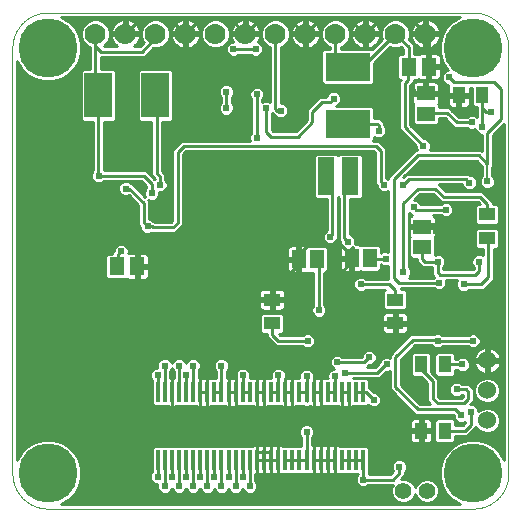
<source format=gbl>
G75*
%MOIN*%
%OFA0B0*%
%FSLAX25Y25*%
%IPPOS*%
%LPD*%
%AMOC8*
5,1,8,0,0,1.08239X$1,22.5*
%
%ADD10C,0.00000*%
%ADD11C,0.06000*%
%ADD12R,0.05118X0.05906*%
%ADD13R,0.05906X0.05118*%
%ADD14R,0.09300X0.15000*%
%ADD15R,0.15000X0.09300*%
%ADD16R,0.05700X0.12600*%
%ADD17R,0.04331X0.05512*%
%ADD18R,0.05512X0.04331*%
%ADD19R,0.04600X0.06300*%
%ADD20C,0.07000*%
%ADD21C,0.05543*%
%ADD22R,0.01378X0.06693*%
%ADD23C,0.01000*%
%ADD24C,0.02381*%
%ADD25C,0.03562*%
%ADD26C,0.00591*%
%ADD27C,0.19685*%
D10*
X0001500Y0013311D02*
X0001500Y0155043D01*
X0001503Y0155328D01*
X0001514Y0155614D01*
X0001531Y0155899D01*
X0001555Y0156183D01*
X0001586Y0156467D01*
X0001624Y0156750D01*
X0001669Y0157031D01*
X0001720Y0157312D01*
X0001778Y0157592D01*
X0001843Y0157870D01*
X0001915Y0158146D01*
X0001993Y0158420D01*
X0002078Y0158693D01*
X0002170Y0158963D01*
X0002268Y0159231D01*
X0002372Y0159497D01*
X0002483Y0159760D01*
X0002600Y0160020D01*
X0002723Y0160278D01*
X0002853Y0160532D01*
X0002989Y0160783D01*
X0003130Y0161031D01*
X0003278Y0161275D01*
X0003431Y0161516D01*
X0003591Y0161752D01*
X0003756Y0161985D01*
X0003926Y0162214D01*
X0004102Y0162439D01*
X0004284Y0162659D01*
X0004470Y0162875D01*
X0004662Y0163086D01*
X0004859Y0163293D01*
X0005061Y0163495D01*
X0005268Y0163692D01*
X0005479Y0163884D01*
X0005695Y0164070D01*
X0005915Y0164252D01*
X0006140Y0164428D01*
X0006369Y0164598D01*
X0006602Y0164763D01*
X0006838Y0164923D01*
X0007079Y0165076D01*
X0007323Y0165224D01*
X0007571Y0165365D01*
X0007822Y0165501D01*
X0008076Y0165631D01*
X0008334Y0165754D01*
X0008594Y0165871D01*
X0008857Y0165982D01*
X0009123Y0166086D01*
X0009391Y0166184D01*
X0009661Y0166276D01*
X0009934Y0166361D01*
X0010208Y0166439D01*
X0010484Y0166511D01*
X0010762Y0166576D01*
X0011042Y0166634D01*
X0011323Y0166685D01*
X0011604Y0166730D01*
X0011887Y0166768D01*
X0012171Y0166799D01*
X0012455Y0166823D01*
X0012740Y0166840D01*
X0013026Y0166851D01*
X0013311Y0166854D01*
X0155043Y0166854D01*
X0155328Y0166851D01*
X0155614Y0166840D01*
X0155899Y0166823D01*
X0156183Y0166799D01*
X0156467Y0166768D01*
X0156750Y0166730D01*
X0157031Y0166685D01*
X0157312Y0166634D01*
X0157592Y0166576D01*
X0157870Y0166511D01*
X0158146Y0166439D01*
X0158420Y0166361D01*
X0158693Y0166276D01*
X0158963Y0166184D01*
X0159231Y0166086D01*
X0159497Y0165982D01*
X0159760Y0165871D01*
X0160020Y0165754D01*
X0160278Y0165631D01*
X0160532Y0165501D01*
X0160783Y0165365D01*
X0161031Y0165224D01*
X0161275Y0165076D01*
X0161516Y0164923D01*
X0161752Y0164763D01*
X0161985Y0164598D01*
X0162214Y0164428D01*
X0162439Y0164252D01*
X0162659Y0164070D01*
X0162875Y0163884D01*
X0163086Y0163692D01*
X0163293Y0163495D01*
X0163495Y0163293D01*
X0163692Y0163086D01*
X0163884Y0162875D01*
X0164070Y0162659D01*
X0164252Y0162439D01*
X0164428Y0162214D01*
X0164598Y0161985D01*
X0164763Y0161752D01*
X0164923Y0161516D01*
X0165076Y0161275D01*
X0165224Y0161031D01*
X0165365Y0160783D01*
X0165501Y0160532D01*
X0165631Y0160278D01*
X0165754Y0160020D01*
X0165871Y0159760D01*
X0165982Y0159497D01*
X0166086Y0159231D01*
X0166184Y0158963D01*
X0166276Y0158693D01*
X0166361Y0158420D01*
X0166439Y0158146D01*
X0166511Y0157870D01*
X0166576Y0157592D01*
X0166634Y0157312D01*
X0166685Y0157031D01*
X0166730Y0156750D01*
X0166768Y0156467D01*
X0166799Y0156183D01*
X0166823Y0155899D01*
X0166840Y0155614D01*
X0166851Y0155328D01*
X0166854Y0155043D01*
X0166854Y0013311D01*
X0166851Y0013026D01*
X0166840Y0012740D01*
X0166823Y0012455D01*
X0166799Y0012171D01*
X0166768Y0011887D01*
X0166730Y0011604D01*
X0166685Y0011323D01*
X0166634Y0011042D01*
X0166576Y0010762D01*
X0166511Y0010484D01*
X0166439Y0010208D01*
X0166361Y0009934D01*
X0166276Y0009661D01*
X0166184Y0009391D01*
X0166086Y0009123D01*
X0165982Y0008857D01*
X0165871Y0008594D01*
X0165754Y0008334D01*
X0165631Y0008076D01*
X0165501Y0007822D01*
X0165365Y0007571D01*
X0165224Y0007323D01*
X0165076Y0007079D01*
X0164923Y0006838D01*
X0164763Y0006602D01*
X0164598Y0006369D01*
X0164428Y0006140D01*
X0164252Y0005915D01*
X0164070Y0005695D01*
X0163884Y0005479D01*
X0163692Y0005268D01*
X0163495Y0005061D01*
X0163293Y0004859D01*
X0163086Y0004662D01*
X0162875Y0004470D01*
X0162659Y0004284D01*
X0162439Y0004102D01*
X0162214Y0003926D01*
X0161985Y0003756D01*
X0161752Y0003591D01*
X0161516Y0003431D01*
X0161275Y0003278D01*
X0161031Y0003130D01*
X0160783Y0002989D01*
X0160532Y0002853D01*
X0160278Y0002723D01*
X0160020Y0002600D01*
X0159760Y0002483D01*
X0159497Y0002372D01*
X0159231Y0002268D01*
X0158963Y0002170D01*
X0158693Y0002078D01*
X0158420Y0001993D01*
X0158146Y0001915D01*
X0157870Y0001843D01*
X0157592Y0001778D01*
X0157312Y0001720D01*
X0157031Y0001669D01*
X0156750Y0001624D01*
X0156467Y0001586D01*
X0156183Y0001555D01*
X0155899Y0001531D01*
X0155614Y0001514D01*
X0155328Y0001503D01*
X0155043Y0001500D01*
X0013311Y0001500D01*
X0013026Y0001503D01*
X0012740Y0001514D01*
X0012455Y0001531D01*
X0012171Y0001555D01*
X0011887Y0001586D01*
X0011604Y0001624D01*
X0011323Y0001669D01*
X0011042Y0001720D01*
X0010762Y0001778D01*
X0010484Y0001843D01*
X0010208Y0001915D01*
X0009934Y0001993D01*
X0009661Y0002078D01*
X0009391Y0002170D01*
X0009123Y0002268D01*
X0008857Y0002372D01*
X0008594Y0002483D01*
X0008334Y0002600D01*
X0008076Y0002723D01*
X0007822Y0002853D01*
X0007571Y0002989D01*
X0007323Y0003130D01*
X0007079Y0003278D01*
X0006838Y0003431D01*
X0006602Y0003591D01*
X0006369Y0003756D01*
X0006140Y0003926D01*
X0005915Y0004102D01*
X0005695Y0004284D01*
X0005479Y0004470D01*
X0005268Y0004662D01*
X0005061Y0004859D01*
X0004859Y0005061D01*
X0004662Y0005268D01*
X0004470Y0005479D01*
X0004284Y0005695D01*
X0004102Y0005915D01*
X0003926Y0006140D01*
X0003756Y0006369D01*
X0003591Y0006602D01*
X0003431Y0006838D01*
X0003278Y0007079D01*
X0003130Y0007323D01*
X0002989Y0007571D01*
X0002853Y0007822D01*
X0002723Y0008076D01*
X0002600Y0008334D01*
X0002483Y0008594D01*
X0002372Y0008857D01*
X0002268Y0009123D01*
X0002170Y0009391D01*
X0002078Y0009661D01*
X0001993Y0009934D01*
X0001915Y0010208D01*
X0001843Y0010484D01*
X0001778Y0010762D01*
X0001720Y0011042D01*
X0001669Y0011323D01*
X0001624Y0011604D01*
X0001586Y0011887D01*
X0001555Y0012171D01*
X0001531Y0012455D01*
X0001514Y0012740D01*
X0001503Y0013026D01*
X0001500Y0013311D01*
D11*
X0159768Y0030870D03*
X0159768Y0040870D03*
X0159768Y0050870D03*
D12*
X0140280Y0148744D03*
X0133587Y0148744D03*
X0043035Y0082209D03*
X0036343Y0082209D03*
D13*
X0138114Y0088705D03*
X0138114Y0095398D03*
X0139295Y0133193D03*
X0139295Y0139886D03*
D14*
X0049189Y0139295D03*
X0030189Y0139295D03*
D15*
X0113311Y0129795D03*
X0113311Y0148795D03*
D16*
X0114161Y0112248D03*
X0106161Y0112248D03*
D17*
X0150319Y0139295D03*
X0158193Y0139295D03*
X0145594Y0049531D03*
X0137720Y0049531D03*
X0137720Y0027484D03*
X0145594Y0027484D03*
D18*
X0129059Y0063311D03*
X0129059Y0071185D03*
X0159768Y0091657D03*
X0159768Y0099531D03*
X0088114Y0071185D03*
X0088114Y0063311D03*
D19*
X0096925Y0084571D03*
X0102925Y0084571D03*
X0114642Y0084965D03*
X0120642Y0084965D03*
D20*
X0119177Y0159768D03*
X0109177Y0159768D03*
X0099177Y0159768D03*
X0089177Y0159768D03*
X0079177Y0159768D03*
X0069177Y0159768D03*
X0059177Y0159768D03*
X0049177Y0159768D03*
X0039177Y0159768D03*
X0029177Y0159768D03*
X0129177Y0159768D03*
X0139177Y0159768D03*
D21*
X0139689Y0007406D03*
X0131815Y0007406D03*
D22*
X0118429Y0017839D03*
X0116067Y0017839D03*
X0113705Y0017839D03*
X0111343Y0017839D03*
X0108980Y0017839D03*
X0106618Y0017839D03*
X0104256Y0017839D03*
X0101894Y0017839D03*
X0099531Y0017839D03*
X0097169Y0017839D03*
X0094807Y0017839D03*
X0092445Y0017839D03*
X0090083Y0017839D03*
X0087720Y0017839D03*
X0085358Y0017839D03*
X0082996Y0017839D03*
X0080634Y0017839D03*
X0078272Y0017839D03*
X0075909Y0017839D03*
X0073547Y0017839D03*
X0071185Y0017839D03*
X0068823Y0017839D03*
X0066461Y0017839D03*
X0064098Y0017839D03*
X0061736Y0017839D03*
X0059374Y0017839D03*
X0057012Y0017839D03*
X0054650Y0017839D03*
X0052287Y0017839D03*
X0049925Y0017839D03*
X0049925Y0040280D03*
X0052287Y0040280D03*
X0054650Y0040280D03*
X0057012Y0040280D03*
X0059374Y0040280D03*
X0061736Y0040280D03*
X0064098Y0040280D03*
X0066461Y0040280D03*
X0068823Y0040280D03*
X0071185Y0040280D03*
X0073547Y0040280D03*
X0075909Y0040280D03*
X0078272Y0040280D03*
X0080634Y0040280D03*
X0082996Y0040280D03*
X0085358Y0040280D03*
X0087720Y0040280D03*
X0090083Y0040280D03*
X0092445Y0040280D03*
X0094807Y0040280D03*
X0097169Y0040280D03*
X0099531Y0040280D03*
X0101894Y0040280D03*
X0104256Y0040280D03*
X0106618Y0040280D03*
X0108980Y0040280D03*
X0111343Y0040280D03*
X0113705Y0040280D03*
X0116067Y0040280D03*
X0118429Y0040280D03*
D23*
X0119413Y0040280D01*
X0121972Y0037720D01*
X0122030Y0040218D02*
X0120425Y0041823D01*
X0120425Y0044167D01*
X0119660Y0044933D01*
X0115130Y0044933D01*
X0115068Y0044969D01*
X0123902Y0044969D01*
X0124961Y0046027D01*
X0125967Y0047034D01*
X0126800Y0047034D01*
X0127252Y0047221D01*
X0127252Y0041303D01*
X0128311Y0040244D01*
X0135791Y0032764D01*
X0148389Y0032764D01*
X0148609Y0032544D01*
X0148609Y0032106D01*
X0148989Y0031188D01*
X0149691Y0030485D01*
X0150609Y0030105D01*
X0151603Y0030105D01*
X0152449Y0030455D01*
X0152449Y0030201D01*
X0151539Y0029291D01*
X0149067Y0029291D01*
X0149067Y0030782D01*
X0148301Y0031547D01*
X0142888Y0031547D01*
X0142122Y0030782D01*
X0142122Y0024187D01*
X0142888Y0023421D01*
X0148301Y0023421D01*
X0149067Y0024187D01*
X0149067Y0025677D01*
X0153036Y0025677D01*
X0154094Y0026736D01*
X0156020Y0028662D01*
X0156116Y0028430D01*
X0157328Y0027219D01*
X0158911Y0026563D01*
X0160624Y0026563D01*
X0162207Y0027219D01*
X0163419Y0028430D01*
X0164075Y0030013D01*
X0164075Y0031727D01*
X0163419Y0033310D01*
X0162207Y0034521D01*
X0160624Y0035177D01*
X0158911Y0035177D01*
X0157328Y0034521D01*
X0156754Y0033947D01*
X0156754Y0034280D01*
X0156373Y0035198D01*
X0155671Y0035901D01*
X0154753Y0036281D01*
X0154191Y0036281D01*
X0154217Y0036307D01*
X0155276Y0037366D01*
X0155276Y0041225D01*
X0153430Y0043071D01*
X0151257Y0043071D01*
X0150946Y0043381D01*
X0150028Y0043761D01*
X0149035Y0043761D01*
X0148117Y0043381D01*
X0147414Y0042679D01*
X0147034Y0041761D01*
X0147034Y0040767D01*
X0147414Y0039849D01*
X0148117Y0039146D01*
X0149035Y0038766D01*
X0150028Y0038766D01*
X0150946Y0039146D01*
X0151257Y0039457D01*
X0151661Y0039457D01*
X0151661Y0038863D01*
X0151145Y0038346D01*
X0143981Y0038346D01*
X0143465Y0038863D01*
X0143465Y0044768D01*
X0142406Y0045827D01*
X0141193Y0047040D01*
X0141193Y0052829D01*
X0140427Y0053594D01*
X0135014Y0053594D01*
X0134248Y0052829D01*
X0134248Y0046234D01*
X0135014Y0045469D01*
X0137653Y0045469D01*
X0139850Y0043271D01*
X0139850Y0037366D01*
X0140838Y0036378D01*
X0137288Y0036378D01*
X0130866Y0042800D01*
X0130866Y0051145D01*
X0135713Y0055992D01*
X0141114Y0055992D01*
X0141115Y0055991D01*
X0141817Y0055288D01*
X0142735Y0054908D01*
X0143729Y0054908D01*
X0144647Y0055288D01*
X0144957Y0055598D01*
X0153318Y0055598D01*
X0153629Y0055288D01*
X0154546Y0054908D01*
X0155540Y0054908D01*
X0156458Y0055288D01*
X0157161Y0055991D01*
X0157541Y0056909D01*
X0157541Y0057902D01*
X0157161Y0058820D01*
X0156458Y0059523D01*
X0155540Y0059903D01*
X0154546Y0059903D01*
X0153629Y0059523D01*
X0153318Y0059213D01*
X0144957Y0059213D01*
X0144647Y0059523D01*
X0143729Y0059903D01*
X0142735Y0059903D01*
X0142019Y0059606D01*
X0134216Y0059606D01*
X0133157Y0058548D01*
X0127252Y0052642D01*
X0127252Y0051842D01*
X0126800Y0052029D01*
X0125806Y0052029D01*
X0124888Y0051649D01*
X0124186Y0050946D01*
X0123806Y0050028D01*
X0123806Y0049983D01*
X0122405Y0048583D01*
X0119642Y0048583D01*
X0120456Y0049396D01*
X0120894Y0049396D01*
X0121812Y0049776D01*
X0122515Y0050479D01*
X0122895Y0051397D01*
X0122895Y0052391D01*
X0122515Y0053308D01*
X0121812Y0054011D01*
X0120894Y0054391D01*
X0119901Y0054391D01*
X0118983Y0054011D01*
X0118280Y0053308D01*
X0117900Y0052391D01*
X0117900Y0052126D01*
X0111493Y0052126D01*
X0111183Y0052436D01*
X0110265Y0052817D01*
X0109271Y0052817D01*
X0108353Y0052436D01*
X0107650Y0051734D01*
X0107270Y0050816D01*
X0107270Y0049822D01*
X0107650Y0048904D01*
X0108353Y0048202D01*
X0108617Y0048092D01*
X0108483Y0048092D01*
X0107566Y0047712D01*
X0106863Y0047009D01*
X0106483Y0046091D01*
X0106483Y0045098D01*
X0106551Y0044933D01*
X0105681Y0044933D01*
X0105524Y0045024D01*
X0105142Y0045126D01*
X0104256Y0045126D01*
X0104256Y0040280D01*
X0104256Y0040280D01*
X0104256Y0045126D01*
X0103369Y0045126D01*
X0103075Y0045047D01*
X0102780Y0045126D01*
X0102029Y0045126D01*
X0102029Y0046091D01*
X0101649Y0047009D01*
X0100946Y0047712D01*
X0100028Y0048092D01*
X0099035Y0048092D01*
X0098117Y0047712D01*
X0097414Y0047009D01*
X0097034Y0046091D01*
X0097034Y0045098D01*
X0097102Y0044933D01*
X0096232Y0044933D01*
X0096075Y0045024D01*
X0095694Y0045126D01*
X0094807Y0045126D01*
X0093921Y0045126D01*
X0093626Y0045047D01*
X0093331Y0045126D01*
X0092445Y0045126D01*
X0092445Y0040280D01*
X0092445Y0040280D01*
X0092445Y0045126D01*
X0092429Y0045126D01*
X0092580Y0045491D01*
X0092580Y0046485D01*
X0092200Y0047403D01*
X0091497Y0048106D01*
X0090579Y0048486D01*
X0089586Y0048486D01*
X0088668Y0048106D01*
X0087965Y0047403D01*
X0087585Y0046485D01*
X0087585Y0045491D01*
X0087816Y0044933D01*
X0086783Y0044933D01*
X0086626Y0045024D01*
X0086245Y0045126D01*
X0085358Y0045126D01*
X0084472Y0045126D01*
X0084177Y0045047D01*
X0083883Y0045126D01*
X0082996Y0045126D01*
X0082110Y0045126D01*
X0081728Y0045024D01*
X0081571Y0044933D01*
X0080538Y0044933D01*
X0080769Y0045491D01*
X0080769Y0046485D01*
X0080389Y0047403D01*
X0079686Y0048106D01*
X0078768Y0048486D01*
X0077775Y0048486D01*
X0076857Y0048106D01*
X0076154Y0047403D01*
X0075774Y0046485D01*
X0075774Y0045491D01*
X0075925Y0045126D01*
X0075909Y0045126D01*
X0075023Y0045126D01*
X0074728Y0045047D01*
X0074434Y0045126D01*
X0073547Y0045126D01*
X0072992Y0045126D01*
X0072992Y0047413D01*
X0073302Y0047723D01*
X0073683Y0048641D01*
X0073683Y0049635D01*
X0073302Y0050553D01*
X0072600Y0051255D01*
X0071682Y0051635D01*
X0070688Y0051635D01*
X0069770Y0051255D01*
X0069068Y0050553D01*
X0068687Y0049635D01*
X0068687Y0048641D01*
X0069068Y0047723D01*
X0069378Y0047413D01*
X0069378Y0044933D01*
X0067886Y0044933D01*
X0067729Y0045024D01*
X0067347Y0045126D01*
X0066461Y0045126D01*
X0066461Y0040280D01*
X0066461Y0040280D01*
X0066461Y0045126D01*
X0065574Y0045126D01*
X0065280Y0045047D01*
X0064985Y0045126D01*
X0064098Y0045126D01*
X0063543Y0045126D01*
X0063543Y0047413D01*
X0063854Y0047723D01*
X0064234Y0048641D01*
X0064234Y0049635D01*
X0063854Y0050553D01*
X0063151Y0051255D01*
X0062233Y0051635D01*
X0061239Y0051635D01*
X0060321Y0051255D01*
X0059619Y0050553D01*
X0059374Y0049962D01*
X0059129Y0050553D01*
X0058427Y0051255D01*
X0057509Y0051635D01*
X0056515Y0051635D01*
X0055597Y0051255D01*
X0054894Y0050553D01*
X0054650Y0049962D01*
X0054405Y0050553D01*
X0053702Y0051255D01*
X0052784Y0051635D01*
X0051791Y0051635D01*
X0050873Y0051255D01*
X0050170Y0050553D01*
X0049790Y0049635D01*
X0049790Y0048641D01*
X0049854Y0048486D01*
X0049428Y0048486D01*
X0048510Y0048106D01*
X0047808Y0047403D01*
X0047428Y0046485D01*
X0047428Y0045491D01*
X0047808Y0044573D01*
X0048071Y0044310D01*
X0047929Y0044167D01*
X0047929Y0036392D01*
X0048695Y0035626D01*
X0053225Y0035626D01*
X0053382Y0035535D01*
X0053763Y0035433D01*
X0054650Y0035433D01*
X0055536Y0035433D01*
X0055918Y0035535D01*
X0056075Y0035626D01*
X0062673Y0035626D01*
X0062830Y0035535D01*
X0063212Y0035433D01*
X0064098Y0035433D01*
X0064098Y0040279D01*
X0064098Y0040279D01*
X0064098Y0035433D01*
X0064985Y0035433D01*
X0065280Y0035512D01*
X0065574Y0035433D01*
X0066461Y0035433D01*
X0067347Y0035433D01*
X0067729Y0035535D01*
X0067886Y0035626D01*
X0072122Y0035626D01*
X0072279Y0035535D01*
X0072661Y0035433D01*
X0073547Y0035433D01*
X0073547Y0040279D01*
X0073547Y0040279D01*
X0073547Y0035433D01*
X0074434Y0035433D01*
X0074728Y0035512D01*
X0075023Y0035433D01*
X0075909Y0035433D01*
X0075909Y0040279D01*
X0075909Y0040279D01*
X0073547Y0040279D01*
X0073547Y0040280D01*
X0073547Y0045126D01*
X0073547Y0040280D01*
X0073547Y0040280D01*
X0073547Y0031028D01*
X0071579Y0029059D01*
X0068823Y0029059D01*
X0066461Y0031421D01*
X0064098Y0029059D01*
X0057012Y0029059D01*
X0054650Y0031421D01*
X0054650Y0040280D01*
X0054650Y0040280D01*
X0054650Y0045126D01*
X0055205Y0045126D01*
X0055205Y0047413D01*
X0054894Y0047723D01*
X0054650Y0048314D01*
X0054405Y0047723D01*
X0054094Y0047413D01*
X0054094Y0045126D01*
X0054650Y0045126D01*
X0054650Y0040280D01*
X0054650Y0045988D01*
X0055205Y0046433D02*
X0054094Y0046433D01*
X0054094Y0045434D02*
X0055205Y0045434D01*
X0054650Y0044436D02*
X0054650Y0044436D01*
X0054650Y0043437D02*
X0054650Y0043437D01*
X0054650Y0042439D02*
X0054650Y0042439D01*
X0054650Y0041440D02*
X0054650Y0041440D01*
X0054650Y0040442D02*
X0054650Y0040442D01*
X0054650Y0040279D02*
X0054650Y0035433D01*
X0054650Y0040279D01*
X0054650Y0040279D01*
X0054650Y0039443D02*
X0054650Y0039443D01*
X0054650Y0038445D02*
X0054650Y0038445D01*
X0054650Y0037446D02*
X0054650Y0037446D01*
X0054650Y0036448D02*
X0054650Y0036448D01*
X0054650Y0035449D02*
X0054650Y0035449D01*
X0055597Y0035449D02*
X0063151Y0035449D01*
X0064098Y0035449D02*
X0064098Y0035449D01*
X0065046Y0035449D02*
X0065513Y0035449D01*
X0066461Y0035449D02*
X0066461Y0035449D01*
X0066461Y0035433D02*
X0066461Y0040279D01*
X0066461Y0040279D01*
X0066461Y0035433D01*
X0067408Y0035449D02*
X0072600Y0035449D01*
X0073547Y0035449D02*
X0073547Y0035449D01*
X0074495Y0035449D02*
X0074962Y0035449D01*
X0075909Y0035449D02*
X0075909Y0035449D01*
X0075909Y0035433D02*
X0076796Y0035433D01*
X0077177Y0035535D01*
X0077334Y0035626D01*
X0081571Y0035626D01*
X0081728Y0035535D01*
X0082110Y0035433D01*
X0082996Y0035433D01*
X0082996Y0040279D01*
X0082996Y0040279D01*
X0082996Y0035433D01*
X0083883Y0035433D01*
X0084177Y0035512D01*
X0084472Y0035433D01*
X0085358Y0035433D01*
X0085358Y0040279D01*
X0085358Y0040279D01*
X0082996Y0040279D01*
X0082996Y0040280D01*
X0082996Y0045126D01*
X0082996Y0040280D01*
X0082996Y0040280D01*
X0085185Y0040280D01*
X0085358Y0040280D01*
X0085358Y0045126D01*
X0085358Y0040280D01*
X0085358Y0040280D01*
X0085358Y0040279D01*
X0085358Y0035433D01*
X0086245Y0035433D01*
X0086626Y0035535D01*
X0086783Y0035626D01*
X0091020Y0035626D01*
X0091177Y0035535D01*
X0091558Y0035433D01*
X0092445Y0035433D01*
X0093331Y0035433D01*
X0093626Y0035512D01*
X0093921Y0035433D01*
X0094807Y0035433D01*
X0094807Y0040279D01*
X0094807Y0040279D01*
X0094807Y0035433D01*
X0095694Y0035433D01*
X0096075Y0035535D01*
X0096232Y0035626D01*
X0098677Y0035626D01*
X0098783Y0035520D01*
X0100280Y0035520D01*
X0100386Y0035626D01*
X0100469Y0035626D01*
X0100626Y0035535D01*
X0101007Y0035433D01*
X0101894Y0035433D01*
X0102780Y0035433D01*
X0103075Y0035512D01*
X0103369Y0035433D01*
X0104256Y0035433D01*
X0105142Y0035433D01*
X0105524Y0035535D01*
X0105681Y0035626D01*
X0109917Y0035626D01*
X0110075Y0035535D01*
X0110456Y0035433D01*
X0111342Y0035433D01*
X0111342Y0040279D01*
X0111343Y0040279D01*
X0111343Y0035433D01*
X0112229Y0035433D01*
X0112524Y0035512D01*
X0112818Y0035433D01*
X0113705Y0035433D01*
X0114591Y0035433D01*
X0114973Y0035535D01*
X0115130Y0035626D01*
X0119660Y0035626D01*
X0120097Y0036064D01*
X0120558Y0035603D01*
X0121476Y0035223D01*
X0122469Y0035223D01*
X0123387Y0035603D01*
X0124090Y0036306D01*
X0124470Y0037224D01*
X0124470Y0038217D01*
X0124090Y0039135D01*
X0123387Y0039838D01*
X0122469Y0040218D01*
X0122030Y0040218D01*
X0121807Y0040442D02*
X0128113Y0040442D01*
X0127252Y0041440D02*
X0120808Y0041440D01*
X0120425Y0042439D02*
X0127252Y0042439D01*
X0127252Y0043437D02*
X0120425Y0043437D01*
X0120157Y0044436D02*
X0127252Y0044436D01*
X0127252Y0045434D02*
X0124368Y0045434D01*
X0125367Y0046433D02*
X0127252Y0046433D01*
X0126303Y0049531D02*
X0125909Y0049531D01*
X0123154Y0046776D01*
X0112524Y0046776D01*
X0108980Y0045594D02*
X0108980Y0040280D01*
X0106618Y0040280D01*
X0104256Y0040279D02*
X0104256Y0035433D01*
X0104256Y0040279D01*
X0104256Y0040279D01*
X0101894Y0040279D01*
X0101894Y0035433D01*
X0101894Y0040279D01*
X0101894Y0040279D01*
X0101894Y0040280D01*
X0104083Y0040280D01*
X0104256Y0040280D01*
X0104256Y0040279D01*
X0104256Y0040280D02*
X0104256Y0031028D01*
X0106224Y0029059D01*
X0112130Y0029059D01*
X0113705Y0030634D01*
X0113705Y0040280D01*
X0111343Y0040280D01*
X0113531Y0040280D01*
X0113705Y0040280D01*
X0113705Y0040279D01*
X0113705Y0035433D01*
X0113705Y0040279D01*
X0113705Y0040279D01*
X0111343Y0040279D01*
X0111343Y0040280D01*
X0111342Y0039443D02*
X0111343Y0039443D01*
X0111342Y0038445D02*
X0111343Y0038445D01*
X0111342Y0037446D02*
X0111343Y0037446D01*
X0111342Y0036448D02*
X0111343Y0036448D01*
X0111342Y0035449D02*
X0111343Y0035449D01*
X0112290Y0035449D02*
X0112757Y0035449D01*
X0113705Y0035449D02*
X0113705Y0035449D01*
X0114652Y0035449D02*
X0120929Y0035449D01*
X0123016Y0035449D02*
X0133105Y0035449D01*
X0134104Y0034451D02*
X0003000Y0034451D01*
X0003000Y0035449D02*
X0053702Y0035449D01*
X0052287Y0040280D02*
X0052287Y0049138D01*
X0051284Y0051426D02*
X0003000Y0051426D01*
X0003000Y0052424D02*
X0108341Y0052424D01*
X0107523Y0051426D02*
X0072188Y0051426D01*
X0073354Y0050427D02*
X0107270Y0050427D01*
X0107433Y0049429D02*
X0073683Y0049429D01*
X0073595Y0048430D02*
X0077640Y0048430D01*
X0078903Y0048430D02*
X0089451Y0048430D01*
X0090714Y0048430D02*
X0108124Y0048430D01*
X0107285Y0047432D02*
X0101227Y0047432D01*
X0101888Y0046433D02*
X0106624Y0046433D01*
X0106483Y0045434D02*
X0102029Y0045434D01*
X0104256Y0044436D02*
X0104256Y0044436D01*
X0104256Y0043437D02*
X0104256Y0043437D01*
X0104256Y0042439D02*
X0104256Y0042439D01*
X0104256Y0041440D02*
X0104256Y0041440D01*
X0104256Y0040442D02*
X0104256Y0040442D01*
X0104256Y0040280D02*
X0101894Y0040280D01*
X0101894Y0048744D01*
X0099531Y0045594D02*
X0099531Y0040280D01*
X0099531Y0037327D01*
X0100946Y0035449D02*
X0095754Y0035449D01*
X0094807Y0035449D02*
X0094807Y0035449D01*
X0093860Y0035449D02*
X0093392Y0035449D01*
X0092445Y0035449D02*
X0092445Y0035449D01*
X0092445Y0035433D02*
X0092445Y0040279D01*
X0092445Y0040279D01*
X0092445Y0035433D01*
X0091498Y0035449D02*
X0086306Y0035449D01*
X0085358Y0035449D02*
X0085358Y0035449D01*
X0084411Y0035449D02*
X0083943Y0035449D01*
X0082996Y0035449D02*
X0082996Y0035449D01*
X0082049Y0035449D02*
X0076857Y0035449D01*
X0075909Y0035433D02*
X0075909Y0040279D01*
X0075909Y0040280D01*
X0075909Y0045126D01*
X0075909Y0040280D01*
X0075909Y0040280D01*
X0075736Y0040280D01*
X0073547Y0040280D01*
X0073547Y0045988D01*
X0072992Y0046433D02*
X0075774Y0046433D01*
X0075798Y0045434D02*
X0072992Y0045434D01*
X0073547Y0044436D02*
X0073547Y0044436D01*
X0073547Y0043437D02*
X0073547Y0043437D01*
X0073547Y0042439D02*
X0073547Y0042439D01*
X0073547Y0041440D02*
X0073547Y0041440D01*
X0073547Y0040442D02*
X0073547Y0040442D01*
X0073547Y0040280D02*
X0075909Y0040280D01*
X0075909Y0031421D01*
X0078272Y0029059D01*
X0080634Y0029059D01*
X0082996Y0026697D01*
X0082996Y0020299D01*
X0082996Y0012130D01*
X0082996Y0017839D01*
X0082996Y0022685D01*
X0082110Y0022685D01*
X0081728Y0022583D01*
X0081571Y0022492D01*
X0048695Y0022492D01*
X0047929Y0021726D01*
X0047929Y0013951D01*
X0048067Y0013813D01*
X0047799Y0013545D01*
X0047419Y0012627D01*
X0047419Y0011633D01*
X0047799Y0010715D01*
X0048501Y0010013D01*
X0049419Y0009632D01*
X0049854Y0009632D01*
X0049790Y0009477D01*
X0049790Y0008483D01*
X0050170Y0007566D01*
X0050873Y0006863D01*
X0051791Y0006483D01*
X0052784Y0006483D01*
X0053702Y0006863D01*
X0054405Y0007566D01*
X0054650Y0008157D01*
X0054894Y0007566D01*
X0055597Y0006863D01*
X0056515Y0006483D01*
X0057509Y0006483D01*
X0058427Y0006863D01*
X0059129Y0007566D01*
X0059374Y0008157D01*
X0059619Y0007566D01*
X0060321Y0006863D01*
X0061239Y0006483D01*
X0062233Y0006483D01*
X0063151Y0006863D01*
X0063854Y0007566D01*
X0064098Y0008157D01*
X0064343Y0007566D01*
X0065046Y0006863D01*
X0065964Y0006483D01*
X0066957Y0006483D01*
X0067875Y0006863D01*
X0068578Y0007566D01*
X0068823Y0008157D01*
X0069068Y0007566D01*
X0069770Y0006863D01*
X0070688Y0006483D01*
X0071682Y0006483D01*
X0072600Y0006863D01*
X0073302Y0007566D01*
X0073547Y0008157D01*
X0073792Y0007566D01*
X0074495Y0006863D01*
X0075413Y0006483D01*
X0076406Y0006483D01*
X0077324Y0006863D01*
X0078027Y0007566D01*
X0078272Y0008157D01*
X0078516Y0007566D01*
X0079219Y0006863D01*
X0080137Y0006483D01*
X0081131Y0006483D01*
X0082049Y0006863D01*
X0082751Y0007566D01*
X0083131Y0008483D01*
X0083131Y0009477D01*
X0082751Y0010395D01*
X0082441Y0010705D01*
X0082441Y0012992D01*
X0082996Y0012992D01*
X0082996Y0017838D01*
X0082996Y0017838D01*
X0082996Y0012992D01*
X0083883Y0012992D01*
X0084177Y0013071D01*
X0084472Y0012992D01*
X0085358Y0012992D01*
X0085358Y0017838D01*
X0085358Y0017838D01*
X0085358Y0017839D02*
X0085185Y0017839D01*
X0082996Y0017839D01*
X0082996Y0017839D01*
X0082996Y0022685D01*
X0083883Y0022685D01*
X0084177Y0022606D01*
X0084472Y0022685D01*
X0085358Y0022685D01*
X0085358Y0017839D01*
X0085358Y0017839D01*
X0085358Y0017839D01*
X0082996Y0017839D01*
X0082996Y0017839D01*
X0085358Y0017839D01*
X0085358Y0022685D01*
X0086245Y0022685D01*
X0086539Y0022606D01*
X0086834Y0022685D01*
X0087720Y0022685D01*
X0087720Y0017839D01*
X0087721Y0017839D01*
X0090083Y0017839D01*
X0090083Y0017839D01*
X0090083Y0022685D01*
X0090969Y0022685D01*
X0091351Y0022583D01*
X0091508Y0022492D01*
X0097724Y0022492D01*
X0097724Y0025365D01*
X0097414Y0025676D01*
X0097034Y0026594D01*
X0097034Y0027587D01*
X0097414Y0028505D01*
X0098117Y0029208D01*
X0099035Y0029588D01*
X0100028Y0029588D01*
X0100946Y0029208D01*
X0101649Y0028505D01*
X0102029Y0027587D01*
X0102029Y0026594D01*
X0101649Y0025676D01*
X0101339Y0025365D01*
X0101339Y0022685D01*
X0101894Y0022685D01*
X0101894Y0017839D01*
X0101894Y0017839D01*
X0104256Y0017839D01*
X0104256Y0017839D01*
X0104256Y0022685D01*
X0105142Y0022685D01*
X0105437Y0022606D01*
X0105732Y0022685D01*
X0106618Y0022685D01*
X0106618Y0017839D01*
X0106618Y0017839D01*
X0106618Y0022685D01*
X0107505Y0022685D01*
X0107799Y0022606D01*
X0108094Y0022685D01*
X0108980Y0022685D01*
X0108980Y0017839D01*
X0108980Y0017839D01*
X0108980Y0017839D01*
X0106618Y0017839D01*
X0106618Y0017839D01*
X0104256Y0017839D01*
X0104256Y0022685D01*
X0103369Y0022685D01*
X0103075Y0022606D01*
X0102780Y0022685D01*
X0101894Y0022685D01*
X0101894Y0017839D01*
X0101894Y0017839D01*
X0101894Y0011736D01*
X0101894Y0012992D02*
X0101007Y0012992D01*
X0100626Y0013094D01*
X0100469Y0013185D01*
X0091508Y0013185D01*
X0091351Y0013094D01*
X0090969Y0012992D01*
X0090083Y0012992D01*
X0090083Y0017838D01*
X0090083Y0017838D01*
X0090083Y0012992D01*
X0089196Y0012992D01*
X0088902Y0013071D01*
X0088607Y0012992D01*
X0087721Y0012992D01*
X0087721Y0017838D01*
X0087721Y0017839D02*
X0087721Y0017839D01*
X0087721Y0022685D01*
X0088607Y0022685D01*
X0088902Y0022606D01*
X0089196Y0022685D01*
X0090083Y0022685D01*
X0090083Y0017839D01*
X0087720Y0017839D01*
X0087720Y0017839D01*
X0085358Y0017839D01*
X0087720Y0017839D01*
X0085531Y0017839D01*
X0085358Y0017839D01*
X0085358Y0017839D01*
X0085358Y0017838D02*
X0085358Y0012992D01*
X0086245Y0012992D01*
X0086539Y0013071D01*
X0086834Y0012992D01*
X0087720Y0012992D01*
X0087720Y0017838D01*
X0087721Y0017838D01*
X0087721Y0017839D02*
X0087894Y0017839D01*
X0090083Y0017839D01*
X0090083Y0017839D01*
X0090083Y0017476D02*
X0090083Y0017476D01*
X0090083Y0016478D02*
X0090083Y0016478D01*
X0090083Y0015479D02*
X0090083Y0015479D01*
X0090083Y0014481D02*
X0090083Y0014481D01*
X0090083Y0013482D02*
X0090083Y0013482D01*
X0087721Y0013482D02*
X0087720Y0013482D01*
X0087720Y0014481D02*
X0087721Y0014481D01*
X0087720Y0015479D02*
X0087721Y0015479D01*
X0087720Y0016478D02*
X0087721Y0016478D01*
X0087720Y0017476D02*
X0087721Y0017476D01*
X0087720Y0018475D02*
X0087721Y0018475D01*
X0087720Y0019473D02*
X0087721Y0019473D01*
X0087720Y0020299D02*
X0082996Y0020299D01*
X0082996Y0020472D02*
X0082996Y0020472D01*
X0082996Y0021470D02*
X0082996Y0021470D01*
X0082996Y0022469D02*
X0082996Y0022469D01*
X0085358Y0022469D02*
X0085358Y0022469D01*
X0085358Y0021470D02*
X0085358Y0021470D01*
X0085358Y0020472D02*
X0085358Y0020472D01*
X0085358Y0019473D02*
X0085358Y0019473D01*
X0085358Y0018475D02*
X0085358Y0018475D01*
X0085358Y0017476D02*
X0085358Y0017476D01*
X0085358Y0016478D02*
X0085358Y0016478D01*
X0085358Y0015479D02*
X0085358Y0015479D01*
X0085358Y0014481D02*
X0085358Y0014481D01*
X0085358Y0013482D02*
X0085358Y0013482D01*
X0082996Y0013482D02*
X0082996Y0013482D01*
X0082996Y0014481D02*
X0082996Y0014481D01*
X0082996Y0015479D02*
X0082996Y0015479D01*
X0082996Y0016478D02*
X0082996Y0016478D01*
X0082996Y0017476D02*
X0082996Y0017476D01*
X0082996Y0018475D02*
X0082996Y0018475D01*
X0082996Y0019473D02*
X0082996Y0019473D01*
X0080634Y0017839D02*
X0080634Y0008980D01*
X0082660Y0010487D02*
X0115999Y0010487D01*
X0115931Y0010649D02*
X0116312Y0009731D01*
X0117014Y0009028D01*
X0117932Y0008648D01*
X0118926Y0008648D01*
X0119844Y0009028D01*
X0120154Y0009339D01*
X0128201Y0009339D01*
X0127736Y0008217D01*
X0127736Y0006594D01*
X0128357Y0005095D01*
X0129505Y0003948D01*
X0131004Y0003327D01*
X0132626Y0003327D01*
X0134125Y0003948D01*
X0135273Y0005095D01*
X0135752Y0006252D01*
X0136231Y0005095D01*
X0137379Y0003948D01*
X0138878Y0003327D01*
X0140500Y0003327D01*
X0141999Y0003948D01*
X0143147Y0005095D01*
X0143768Y0006594D01*
X0143768Y0008217D01*
X0143147Y0009716D01*
X0141999Y0010863D01*
X0140500Y0011484D01*
X0138878Y0011484D01*
X0137379Y0010863D01*
X0136231Y0009716D01*
X0135752Y0008559D01*
X0135273Y0009716D01*
X0134125Y0010863D01*
X0132626Y0011484D01*
X0131166Y0011484D01*
X0132244Y0012562D01*
X0132244Y0013751D01*
X0132554Y0014062D01*
X0132935Y0014980D01*
X0132935Y0015973D01*
X0132554Y0016891D01*
X0131852Y0017594D01*
X0130934Y0017974D01*
X0129940Y0017974D01*
X0129022Y0017594D01*
X0128320Y0016891D01*
X0127939Y0015973D01*
X0127939Y0014980D01*
X0128320Y0014062D01*
X0128476Y0013905D01*
X0127523Y0012953D01*
X0120236Y0012953D01*
X0120236Y0013762D01*
X0120425Y0013951D01*
X0120425Y0021726D01*
X0119660Y0022492D01*
X0110405Y0022492D01*
X0110248Y0022583D01*
X0109867Y0022685D01*
X0108980Y0022685D01*
X0108980Y0017839D01*
X0108807Y0017839D01*
X0106618Y0017839D01*
X0106618Y0017839D01*
X0104256Y0017839D01*
X0104256Y0017839D01*
X0101894Y0017839D01*
X0102067Y0017839D01*
X0104256Y0017839D01*
X0104256Y0017839D01*
X0104429Y0017839D01*
X0106618Y0017839D01*
X0108980Y0017839D01*
X0108980Y0017838D02*
X0108980Y0017838D01*
X0108980Y0012992D01*
X0108094Y0012992D01*
X0107799Y0013071D01*
X0107505Y0012992D01*
X0106618Y0012992D01*
X0106618Y0017838D01*
X0106618Y0017838D01*
X0106618Y0012992D01*
X0105732Y0012992D01*
X0105437Y0013071D01*
X0105142Y0012992D01*
X0104256Y0012992D01*
X0104256Y0017838D01*
X0104256Y0017838D01*
X0104256Y0012992D01*
X0103369Y0012992D01*
X0103075Y0013071D01*
X0102780Y0012992D01*
X0101894Y0012992D01*
X0101894Y0017838D01*
X0101894Y0017838D01*
X0101894Y0012992D01*
X0101894Y0013482D02*
X0101894Y0013482D01*
X0101894Y0014481D02*
X0101894Y0014481D01*
X0101894Y0015479D02*
X0101894Y0015479D01*
X0101894Y0016478D02*
X0101894Y0016478D01*
X0101894Y0017476D02*
X0101894Y0017476D01*
X0101894Y0018475D02*
X0101894Y0018475D01*
X0101894Y0019473D02*
X0101894Y0019473D01*
X0101894Y0020472D02*
X0101894Y0020472D01*
X0101894Y0021470D02*
X0101894Y0021470D01*
X0101894Y0022469D02*
X0101894Y0022469D01*
X0101339Y0023467D02*
X0134739Y0023467D01*
X0134634Y0023528D02*
X0134976Y0023331D01*
X0135358Y0023228D01*
X0137220Y0023228D01*
X0137220Y0026984D01*
X0134055Y0026984D01*
X0134055Y0024531D01*
X0134157Y0024149D01*
X0134355Y0023807D01*
X0134634Y0023528D01*
X0134073Y0024466D02*
X0101339Y0024466D01*
X0101437Y0025464D02*
X0134055Y0025464D01*
X0134055Y0026463D02*
X0101975Y0026463D01*
X0102029Y0027461D02*
X0137220Y0027461D01*
X0137220Y0026984D02*
X0137220Y0027984D01*
X0134055Y0027984D01*
X0134055Y0030438D01*
X0134157Y0030819D01*
X0134355Y0031161D01*
X0134634Y0031440D01*
X0134976Y0031638D01*
X0135358Y0031740D01*
X0137220Y0031740D01*
X0137220Y0027984D01*
X0138220Y0027984D01*
X0138220Y0031740D01*
X0140083Y0031740D01*
X0140465Y0031638D01*
X0140807Y0031440D01*
X0141086Y0031161D01*
X0141284Y0030819D01*
X0141386Y0030438D01*
X0141386Y0027984D01*
X0138221Y0027984D01*
X0138221Y0026984D01*
X0141386Y0026984D01*
X0141386Y0024531D01*
X0141284Y0024149D01*
X0141086Y0023807D01*
X0140807Y0023528D01*
X0140465Y0023331D01*
X0140083Y0023228D01*
X0138220Y0023228D01*
X0138220Y0026984D01*
X0137220Y0026984D01*
X0137220Y0026463D02*
X0138220Y0026463D01*
X0138221Y0027461D02*
X0142122Y0027461D01*
X0142122Y0026463D02*
X0141386Y0026463D01*
X0141386Y0025464D02*
X0142122Y0025464D01*
X0142122Y0024466D02*
X0141368Y0024466D01*
X0140702Y0023467D02*
X0142842Y0023467D01*
X0146121Y0020157D02*
X0144654Y0017615D01*
X0143894Y0014779D01*
X0143894Y0011843D01*
X0144654Y0009007D01*
X0146121Y0006465D01*
X0148197Y0004389D01*
X0150603Y0003000D01*
X0017751Y0003000D01*
X0020157Y0004389D01*
X0022233Y0006465D01*
X0023701Y0009007D01*
X0024461Y0011843D01*
X0024461Y0014779D01*
X0023701Y0017615D01*
X0022233Y0020157D01*
X0020157Y0022233D01*
X0017615Y0023701D01*
X0014779Y0024461D01*
X0011843Y0024461D01*
X0009007Y0023701D01*
X0006465Y0022233D01*
X0004389Y0020157D01*
X0003000Y0017751D01*
X0003000Y0150603D01*
X0004389Y0148197D01*
X0006465Y0146121D01*
X0009007Y0144654D01*
X0011843Y0143894D01*
X0014779Y0143894D01*
X0017615Y0144654D01*
X0020157Y0146121D01*
X0022233Y0148197D01*
X0023701Y0150740D01*
X0024461Y0153575D01*
X0024461Y0156511D01*
X0023701Y0159347D01*
X0022233Y0161889D01*
X0020157Y0163965D01*
X0017751Y0165354D01*
X0150603Y0165354D01*
X0148197Y0163965D01*
X0146121Y0161889D01*
X0144654Y0159347D01*
X0143894Y0156511D01*
X0143894Y0153575D01*
X0144654Y0150740D01*
X0146121Y0148197D01*
X0146636Y0147683D01*
X0145754Y0147318D01*
X0145052Y0146616D01*
X0144672Y0145698D01*
X0144672Y0144704D01*
X0145052Y0143786D01*
X0145754Y0143083D01*
X0146672Y0142703D01*
X0146798Y0142703D01*
X0146756Y0142630D01*
X0146654Y0142249D01*
X0146654Y0139795D01*
X0149819Y0139795D01*
X0149819Y0138795D01*
X0150819Y0138795D01*
X0150819Y0135039D01*
X0152682Y0135039D01*
X0153063Y0135142D01*
X0153405Y0135339D01*
X0153685Y0135618D01*
X0153882Y0135960D01*
X0153984Y0136342D01*
X0153984Y0138795D01*
X0150819Y0138795D01*
X0150819Y0139795D01*
X0153984Y0139795D01*
X0153984Y0141819D01*
X0154720Y0141819D01*
X0154720Y0135998D01*
X0155486Y0135232D01*
X0156386Y0135232D01*
X0156386Y0132036D01*
X0156064Y0132358D01*
X0155146Y0132738D01*
X0154153Y0132738D01*
X0153235Y0132358D01*
X0152924Y0132047D01*
X0150280Y0132047D01*
X0148189Y0134138D01*
X0147130Y0135197D01*
X0143555Y0135197D01*
X0143555Y0136293D01*
X0143446Y0136403D01*
X0143448Y0136406D01*
X0143646Y0136748D01*
X0143748Y0137129D01*
X0143748Y0139386D01*
X0139795Y0139386D01*
X0139795Y0140386D01*
X0138795Y0140386D01*
X0138795Y0139386D01*
X0134843Y0139386D01*
X0134843Y0137129D01*
X0134945Y0136748D01*
X0135142Y0136406D01*
X0135145Y0136403D01*
X0135035Y0136293D01*
X0135035Y0130092D01*
X0135801Y0129327D01*
X0142789Y0129327D01*
X0143555Y0130092D01*
X0143555Y0131583D01*
X0145633Y0131583D01*
X0148783Y0128433D01*
X0152924Y0128433D01*
X0153235Y0128123D01*
X0154153Y0127743D01*
X0155146Y0127743D01*
X0155766Y0127999D01*
X0156076Y0127251D01*
X0156778Y0126548D01*
X0157696Y0126168D01*
X0157961Y0126168D01*
X0157961Y0120823D01*
X0157760Y0121024D01*
X0140655Y0121024D01*
X0141005Y0121869D01*
X0141005Y0122863D01*
X0140625Y0123781D01*
X0139923Y0124484D01*
X0139005Y0124864D01*
X0138566Y0124864D01*
X0134016Y0129414D01*
X0134016Y0142484D01*
X0134138Y0142606D01*
X0135197Y0143665D01*
X0135197Y0144484D01*
X0136687Y0144484D01*
X0136797Y0144594D01*
X0136799Y0144591D01*
X0137141Y0144394D01*
X0137523Y0144291D01*
X0139780Y0144291D01*
X0139780Y0148244D01*
X0140779Y0148244D01*
X0140779Y0144291D01*
X0143036Y0144291D01*
X0143418Y0144394D01*
X0143760Y0144591D01*
X0144039Y0144870D01*
X0144236Y0145212D01*
X0144339Y0145594D01*
X0144339Y0148244D01*
X0140780Y0148244D01*
X0140780Y0149244D01*
X0144339Y0149244D01*
X0144339Y0151894D01*
X0144236Y0152276D01*
X0144039Y0152618D01*
X0143760Y0152897D01*
X0143418Y0153095D01*
X0143036Y0153197D01*
X0140779Y0153197D01*
X0140779Y0149244D01*
X0139780Y0149244D01*
X0139780Y0153197D01*
X0137523Y0153197D01*
X0137141Y0153095D01*
X0136799Y0152897D01*
X0136797Y0152894D01*
X0136687Y0153004D01*
X0135394Y0153004D01*
X0135394Y0156107D01*
X0133605Y0157896D01*
X0133984Y0158812D01*
X0133984Y0160724D01*
X0133252Y0162491D01*
X0131900Y0163843D01*
X0130133Y0164575D01*
X0128221Y0164575D01*
X0126454Y0163843D01*
X0125102Y0162491D01*
X0124370Y0160724D01*
X0124370Y0158812D01*
X0124749Y0157896D01*
X0121479Y0154625D01*
X0121352Y0154752D01*
X0110984Y0154752D01*
X0110984Y0155313D01*
X0111900Y0155692D01*
X0113252Y0157045D01*
X0113984Y0158812D01*
X0113984Y0160724D01*
X0113252Y0162491D01*
X0111900Y0163843D01*
X0110133Y0164575D01*
X0108221Y0164575D01*
X0106454Y0163843D01*
X0105102Y0162491D01*
X0104370Y0160724D01*
X0104370Y0158812D01*
X0105102Y0157045D01*
X0106454Y0155692D01*
X0107370Y0155313D01*
X0107370Y0154752D01*
X0105270Y0154752D01*
X0104504Y0153987D01*
X0104504Y0143604D01*
X0105270Y0142838D01*
X0121352Y0142838D01*
X0122118Y0143604D01*
X0122118Y0150153D01*
X0127305Y0155340D01*
X0128221Y0154961D01*
X0130133Y0154961D01*
X0131049Y0155340D01*
X0131780Y0154610D01*
X0131780Y0153004D01*
X0130486Y0153004D01*
X0129720Y0152238D01*
X0129720Y0145250D01*
X0130486Y0144484D01*
X0130905Y0144484D01*
X0130402Y0143981D01*
X0130402Y0127917D01*
X0136010Y0122308D01*
X0136010Y0121869D01*
X0136361Y0121024D01*
X0135791Y0121024D01*
X0134732Y0119965D01*
X0126858Y0112091D01*
X0126858Y0111521D01*
X0126142Y0111818D01*
X0126142Y0121540D01*
X0124567Y0123115D01*
X0123508Y0124173D01*
X0121687Y0124173D01*
X0122118Y0124604D01*
X0122118Y0125381D01*
X0122132Y0125367D01*
X0123050Y0124987D01*
X0124044Y0124987D01*
X0124962Y0125367D01*
X0125665Y0126069D01*
X0126045Y0126987D01*
X0126045Y0127981D01*
X0125665Y0128899D01*
X0125354Y0129209D01*
X0125354Y0130201D01*
X0124961Y0130595D01*
X0123902Y0131654D01*
X0122118Y0131654D01*
X0122118Y0134987D01*
X0121352Y0135752D01*
X0109411Y0135752D01*
X0110001Y0135997D01*
X0110704Y0136699D01*
X0111084Y0137617D01*
X0111084Y0138611D01*
X0110704Y0139529D01*
X0110001Y0140232D01*
X0109083Y0140612D01*
X0108090Y0140612D01*
X0107172Y0140232D01*
X0106469Y0139529D01*
X0106142Y0138740D01*
X0103901Y0138740D01*
X0102843Y0137682D01*
X0099693Y0134532D01*
X0099693Y0130989D01*
X0096027Y0127323D01*
X0088469Y0127323D01*
X0087953Y0127839D01*
X0087953Y0133239D01*
X0088012Y0133299D01*
X0088940Y0132370D01*
X0089145Y0132370D01*
X0089455Y0132060D01*
X0090373Y0131680D01*
X0091367Y0131680D01*
X0092285Y0132060D01*
X0092987Y0132762D01*
X0093368Y0133680D01*
X0093368Y0134674D01*
X0092987Y0135592D01*
X0092285Y0136295D01*
X0091367Y0136675D01*
X0090984Y0136675D01*
X0090984Y0155313D01*
X0091900Y0155692D01*
X0093252Y0157045D01*
X0093984Y0158812D01*
X0093984Y0160724D01*
X0093252Y0162491D01*
X0091900Y0163843D01*
X0090133Y0164575D01*
X0088221Y0164575D01*
X0086454Y0163843D01*
X0085102Y0162491D01*
X0084370Y0160724D01*
X0084370Y0158812D01*
X0085102Y0157045D01*
X0086454Y0155692D01*
X0087370Y0155313D01*
X0087370Y0137161D01*
X0086642Y0137462D01*
X0085649Y0137462D01*
X0084803Y0137112D01*
X0084803Y0137964D01*
X0085113Y0138274D01*
X0085494Y0139192D01*
X0085494Y0140186D01*
X0085113Y0141104D01*
X0084411Y0141806D01*
X0083493Y0142187D01*
X0082499Y0142187D01*
X0081581Y0141806D01*
X0080879Y0141104D01*
X0080498Y0140186D01*
X0080498Y0139192D01*
X0080879Y0138274D01*
X0081189Y0137964D01*
X0081189Y0126847D01*
X0080879Y0126537D01*
X0080498Y0125619D01*
X0080498Y0124625D01*
X0080686Y0124173D01*
X0057838Y0124173D01*
X0056780Y0123115D01*
X0055870Y0122205D01*
X0054811Y0121146D01*
X0054811Y0097524D01*
X0054295Y0097008D01*
X0049099Y0097008D01*
X0048705Y0097402D01*
X0048304Y0097402D01*
X0047994Y0097712D01*
X0047076Y0098092D01*
X0047008Y0098092D01*
X0047008Y0104217D01*
X0046853Y0104372D01*
X0047460Y0104120D01*
X0048454Y0104120D01*
X0049371Y0104501D01*
X0050074Y0105203D01*
X0050454Y0106121D01*
X0050454Y0106876D01*
X0051209Y0106876D01*
X0052127Y0107257D01*
X0052830Y0107959D01*
X0053210Y0108877D01*
X0053210Y0109871D01*
X0052830Y0110789D01*
X0052520Y0111099D01*
X0052520Y0112878D01*
X0051339Y0114060D01*
X0051339Y0130488D01*
X0054380Y0130488D01*
X0055146Y0131254D01*
X0055146Y0147337D01*
X0054380Y0148102D01*
X0043998Y0148102D01*
X0043232Y0147337D01*
X0043232Y0131254D01*
X0043998Y0130488D01*
X0047724Y0130488D01*
X0047724Y0112562D01*
X0048783Y0111504D01*
X0048906Y0111381D01*
X0048906Y0111374D01*
X0048705Y0111575D01*
X0045949Y0114331D01*
X0031996Y0114331D01*
X0031996Y0130488D01*
X0035380Y0130488D01*
X0036146Y0131254D01*
X0036146Y0147337D01*
X0035380Y0148102D01*
X0030984Y0148102D01*
X0030984Y0152055D01*
X0045556Y0152055D01*
X0046614Y0153114D01*
X0048461Y0154961D01*
X0050133Y0154961D01*
X0051900Y0155692D01*
X0053252Y0157045D01*
X0053984Y0158812D01*
X0053984Y0160724D01*
X0053252Y0162491D01*
X0051900Y0163843D01*
X0050133Y0164575D01*
X0048221Y0164575D01*
X0046454Y0163843D01*
X0045102Y0162491D01*
X0044370Y0160724D01*
X0044370Y0158812D01*
X0045102Y0157045D01*
X0045268Y0156879D01*
X0044059Y0155669D01*
X0042043Y0155669D01*
X0042434Y0155954D01*
X0042991Y0156510D01*
X0043454Y0157147D01*
X0043811Y0157848D01*
X0044054Y0158597D01*
X0044160Y0159268D01*
X0039677Y0159268D01*
X0039677Y0160268D01*
X0038677Y0160268D01*
X0038677Y0164751D01*
X0038006Y0164645D01*
X0037258Y0164401D01*
X0036557Y0164044D01*
X0035920Y0163581D01*
X0035363Y0163025D01*
X0034901Y0162388D01*
X0034543Y0161687D01*
X0034300Y0160939D01*
X0034194Y0160268D01*
X0038677Y0160268D01*
X0038677Y0159268D01*
X0034194Y0159268D01*
X0034300Y0158597D01*
X0034543Y0157848D01*
X0034901Y0157147D01*
X0035363Y0156510D01*
X0035920Y0155954D01*
X0036312Y0155669D01*
X0031894Y0155669D01*
X0031880Y0155684D01*
X0031900Y0155692D01*
X0033252Y0157045D01*
X0033984Y0158812D01*
X0033984Y0160724D01*
X0033252Y0162491D01*
X0031900Y0163843D01*
X0030133Y0164575D01*
X0028221Y0164575D01*
X0026454Y0163843D01*
X0025102Y0162491D01*
X0024370Y0160724D01*
X0024370Y0158812D01*
X0025102Y0157045D01*
X0026454Y0155692D01*
X0027370Y0155313D01*
X0027370Y0148102D01*
X0024998Y0148102D01*
X0024232Y0147337D01*
X0024232Y0131254D01*
X0024998Y0130488D01*
X0028382Y0130488D01*
X0028382Y0114198D01*
X0028123Y0113938D01*
X0027743Y0113020D01*
X0027743Y0112027D01*
X0028123Y0111109D01*
X0028825Y0110406D01*
X0029743Y0110026D01*
X0030737Y0110026D01*
X0031655Y0110406D01*
X0031965Y0110717D01*
X0044452Y0110717D01*
X0046150Y0109019D01*
X0046150Y0108343D01*
X0045839Y0108033D01*
X0045459Y0107115D01*
X0045459Y0106121D01*
X0045710Y0105514D01*
X0041225Y0110000D01*
X0041020Y0110000D01*
X0040710Y0110310D01*
X0039792Y0110691D01*
X0038798Y0110691D01*
X0037880Y0110310D01*
X0037178Y0109608D01*
X0036798Y0108690D01*
X0036798Y0107696D01*
X0037178Y0106778D01*
X0037880Y0106076D01*
X0038798Y0105695D01*
X0039792Y0105695D01*
X0040235Y0105879D01*
X0043394Y0102720D01*
X0043394Y0096027D01*
X0044081Y0095340D01*
X0044081Y0095098D01*
X0044461Y0094180D01*
X0045164Y0093477D01*
X0046082Y0093097D01*
X0047076Y0093097D01*
X0047792Y0093394D01*
X0055792Y0093394D01*
X0056850Y0094452D01*
X0056850Y0094452D01*
X0058425Y0096027D01*
X0058425Y0119649D01*
X0059335Y0120559D01*
X0122011Y0120559D01*
X0122528Y0120043D01*
X0122528Y0109807D01*
X0123018Y0109316D01*
X0123018Y0108877D01*
X0123398Y0107959D01*
X0124101Y0107257D01*
X0125019Y0106876D01*
X0126013Y0106876D01*
X0126858Y0107227D01*
X0126858Y0087078D01*
X0126406Y0087265D01*
X0125413Y0087265D01*
X0124495Y0086885D01*
X0124249Y0086639D01*
X0124249Y0088656D01*
X0123483Y0089422D01*
X0117800Y0089422D01*
X0117755Y0089377D01*
X0117521Y0089512D01*
X0117139Y0089615D01*
X0115657Y0089615D01*
X0115809Y0089980D01*
X0115809Y0090973D01*
X0115428Y0091891D01*
X0114726Y0092594D01*
X0113937Y0092920D01*
X0113937Y0104641D01*
X0117553Y0104641D01*
X0118318Y0105407D01*
X0118318Y0119089D01*
X0117553Y0119855D01*
X0110770Y0119855D01*
X0110161Y0119247D01*
X0109553Y0119855D01*
X0102770Y0119855D01*
X0102004Y0119089D01*
X0102004Y0105407D01*
X0102770Y0104641D01*
X0106386Y0104641D01*
X0106386Y0094332D01*
X0105991Y0094169D01*
X0105288Y0093466D01*
X0104908Y0092548D01*
X0104908Y0091554D01*
X0105288Y0090636D01*
X0105991Y0089934D01*
X0106909Y0089554D01*
X0107902Y0089554D01*
X0108820Y0089934D01*
X0109523Y0090636D01*
X0109903Y0091554D01*
X0109903Y0091993D01*
X0110000Y0092090D01*
X0110000Y0105088D01*
X0110161Y0105250D01*
X0110323Y0105088D01*
X0110323Y0090909D01*
X0110813Y0090418D01*
X0110813Y0089980D01*
X0111186Y0089080D01*
X0111141Y0089036D01*
X0110944Y0088694D01*
X0110842Y0088312D01*
X0110842Y0085465D01*
X0114142Y0085465D01*
X0114142Y0088117D01*
X0114726Y0088359D01*
X0115142Y0088775D01*
X0115142Y0085465D01*
X0114142Y0085465D01*
X0114142Y0084465D01*
X0110842Y0084465D01*
X0110842Y0081617D01*
X0110944Y0081236D01*
X0111141Y0080894D01*
X0111421Y0080614D01*
X0111763Y0080417D01*
X0112144Y0080315D01*
X0114142Y0080315D01*
X0114142Y0084465D01*
X0115142Y0084465D01*
X0115142Y0080315D01*
X0117139Y0080315D01*
X0117521Y0080417D01*
X0117755Y0080552D01*
X0117800Y0080507D01*
X0123483Y0080507D01*
X0124249Y0081273D01*
X0124249Y0082896D01*
X0124495Y0082650D01*
X0125413Y0082270D01*
X0126406Y0082270D01*
X0126858Y0082457D01*
X0126858Y0078110D01*
X0119367Y0078110D01*
X0119057Y0078421D01*
X0118139Y0078801D01*
X0117145Y0078801D01*
X0116227Y0078421D01*
X0115524Y0077718D01*
X0115144Y0076800D01*
X0115144Y0075806D01*
X0115524Y0074888D01*
X0116227Y0074186D01*
X0117145Y0073806D01*
X0118139Y0073806D01*
X0119057Y0074186D01*
X0119367Y0074496D01*
X0125600Y0074496D01*
X0124996Y0073892D01*
X0124996Y0068478D01*
X0125762Y0067713D01*
X0132356Y0067713D01*
X0133122Y0068478D01*
X0133122Y0073892D01*
X0132356Y0074657D01*
X0130866Y0074657D01*
X0130866Y0074890D01*
X0141901Y0074890D01*
X0142211Y0074579D01*
X0143129Y0074199D01*
X0144123Y0074199D01*
X0145041Y0074579D01*
X0145743Y0075282D01*
X0146124Y0076200D01*
X0146124Y0077194D01*
X0145936Y0077646D01*
X0149746Y0077646D01*
X0149396Y0076800D01*
X0149396Y0075806D01*
X0149776Y0074888D01*
X0150479Y0074186D01*
X0151397Y0073806D01*
X0152391Y0073806D01*
X0153308Y0074186D01*
X0153619Y0074496D01*
X0158548Y0074496D01*
X0160910Y0076858D01*
X0161968Y0077917D01*
X0161968Y0088185D01*
X0163065Y0088185D01*
X0163831Y0088951D01*
X0163831Y0094364D01*
X0163065Y0095130D01*
X0156470Y0095130D01*
X0155705Y0094364D01*
X0155705Y0088951D01*
X0156470Y0088185D01*
X0158354Y0088185D01*
X0158354Y0085931D01*
X0157509Y0086281D01*
X0156515Y0086281D01*
X0155597Y0085901D01*
X0154894Y0085198D01*
X0154514Y0084280D01*
X0154514Y0083287D01*
X0154894Y0082369D01*
X0155205Y0082058D01*
X0155205Y0081382D01*
X0155082Y0081260D01*
X0145039Y0081260D01*
X0145039Y0082058D01*
X0145350Y0082369D01*
X0145730Y0083287D01*
X0145730Y0084280D01*
X0145350Y0085198D01*
X0144647Y0085901D01*
X0143729Y0086281D01*
X0142735Y0086281D01*
X0142374Y0086131D01*
X0142374Y0091805D01*
X0142264Y0091915D01*
X0142267Y0091918D01*
X0142465Y0092260D01*
X0142567Y0092641D01*
X0142567Y0094898D01*
X0138614Y0094898D01*
X0138614Y0095898D01*
X0142567Y0095898D01*
X0142567Y0098154D01*
X0142465Y0098536D01*
X0142267Y0098878D01*
X0141988Y0099157D01*
X0141742Y0099299D01*
X0144263Y0099299D01*
X0144573Y0098989D01*
X0145491Y0098609D01*
X0146485Y0098609D01*
X0147403Y0098989D01*
X0148106Y0099691D01*
X0148486Y0100609D01*
X0148486Y0101603D01*
X0148106Y0102521D01*
X0147403Y0103224D01*
X0146485Y0103604D01*
X0145491Y0103604D01*
X0144573Y0103224D01*
X0144263Y0102913D01*
X0137639Y0102913D01*
X0137476Y0103308D01*
X0136773Y0104011D01*
X0135855Y0104391D01*
X0135293Y0104391D01*
X0137288Y0106386D01*
X0141696Y0106386D01*
X0143394Y0104688D01*
X0144452Y0103630D01*
X0156657Y0103630D01*
X0157283Y0103004D01*
X0156470Y0103004D01*
X0155705Y0102238D01*
X0155705Y0096825D01*
X0156470Y0096059D01*
X0163065Y0096059D01*
X0163831Y0096825D01*
X0163831Y0102238D01*
X0163065Y0103004D01*
X0161575Y0103004D01*
X0161575Y0103823D01*
X0160516Y0104882D01*
X0158154Y0107244D01*
X0145949Y0107244D01*
X0143658Y0109535D01*
X0151366Y0109535D01*
X0151708Y0108710D01*
X0152410Y0108007D01*
X0153328Y0107627D01*
X0154322Y0107627D01*
X0155240Y0108007D01*
X0155943Y0108710D01*
X0156323Y0109628D01*
X0156323Y0110621D01*
X0155943Y0111539D01*
X0155240Y0112242D01*
X0154322Y0112622D01*
X0153883Y0112622D01*
X0153356Y0113150D01*
X0133035Y0113150D01*
X0131757Y0111872D01*
X0131750Y0111872D01*
X0137288Y0117409D01*
X0156263Y0117409D01*
X0158165Y0115507D01*
X0158165Y0112485D01*
X0157650Y0111970D01*
X0157270Y0111052D01*
X0157270Y0110058D01*
X0157650Y0109140D01*
X0158353Y0108438D01*
X0159271Y0108057D01*
X0160265Y0108057D01*
X0161183Y0108438D01*
X0161885Y0109140D01*
X0162265Y0110058D01*
X0162265Y0111052D01*
X0161885Y0111970D01*
X0161370Y0112485D01*
X0161370Y0115507D01*
X0161575Y0115712D01*
X0161575Y0125948D01*
X0165354Y0129728D01*
X0165354Y0017751D01*
X0163965Y0020157D01*
X0161889Y0022233D01*
X0159347Y0023701D01*
X0156511Y0024461D01*
X0153575Y0024461D01*
X0150740Y0023701D01*
X0148197Y0022233D01*
X0146121Y0020157D01*
X0146436Y0020472D02*
X0120425Y0020472D01*
X0120425Y0021470D02*
X0147435Y0021470D01*
X0148606Y0022469D02*
X0119683Y0022469D01*
X0118429Y0020299D02*
X0118429Y0017839D01*
X0118429Y0011146D01*
X0128272Y0011146D01*
X0130437Y0013311D01*
X0130437Y0015476D01*
X0132935Y0015479D02*
X0144081Y0015479D01*
X0143894Y0014481D02*
X0132728Y0014481D01*
X0132244Y0013482D02*
X0143894Y0013482D01*
X0143894Y0012484D02*
X0132165Y0012484D01*
X0131167Y0011485D02*
X0143990Y0011485D01*
X0144257Y0010487D02*
X0142376Y0010487D01*
X0143241Y0009488D02*
X0144525Y0009488D01*
X0144953Y0008490D02*
X0143655Y0008490D01*
X0143768Y0007491D02*
X0145529Y0007491D01*
X0146105Y0006493D02*
X0143726Y0006493D01*
X0143312Y0005494D02*
X0147092Y0005494D01*
X0148091Y0004496D02*
X0142547Y0004496D01*
X0140911Y0003497D02*
X0149742Y0003497D01*
X0138467Y0003497D02*
X0133037Y0003497D01*
X0134673Y0004496D02*
X0136831Y0004496D01*
X0136066Y0005494D02*
X0135438Y0005494D01*
X0135367Y0009488D02*
X0136137Y0009488D01*
X0137002Y0010487D02*
X0134502Y0010487D01*
X0132726Y0016478D02*
X0144349Y0016478D01*
X0144616Y0017476D02*
X0131969Y0017476D01*
X0128905Y0017476D02*
X0120425Y0017476D01*
X0120425Y0016478D02*
X0128148Y0016478D01*
X0127939Y0015479D02*
X0120425Y0015479D01*
X0120425Y0014481D02*
X0128146Y0014481D01*
X0128053Y0013482D02*
X0120236Y0013482D01*
X0116622Y0013185D02*
X0116622Y0012871D01*
X0116312Y0012560D01*
X0115931Y0011642D01*
X0115931Y0010649D01*
X0115931Y0011485D02*
X0082441Y0011485D01*
X0082441Y0012484D02*
X0116280Y0012484D01*
X0116622Y0013185D02*
X0110405Y0013185D01*
X0110248Y0013094D01*
X0109867Y0012992D01*
X0108980Y0012992D01*
X0108980Y0017838D01*
X0108980Y0017476D02*
X0108980Y0017476D01*
X0108980Y0016478D02*
X0108980Y0016478D01*
X0108980Y0015479D02*
X0108980Y0015479D01*
X0108980Y0014481D02*
X0108980Y0014481D01*
X0108980Y0013482D02*
X0108980Y0013482D01*
X0106618Y0013482D02*
X0106618Y0013482D01*
X0106618Y0014481D02*
X0106618Y0014481D01*
X0106618Y0015479D02*
X0106618Y0015479D01*
X0106618Y0016478D02*
X0106618Y0016478D01*
X0106618Y0017476D02*
X0106618Y0017476D01*
X0106618Y0018475D02*
X0106618Y0018475D01*
X0106618Y0019473D02*
X0106618Y0019473D01*
X0106618Y0020472D02*
X0106618Y0020472D01*
X0106618Y0021470D02*
X0106618Y0021470D01*
X0106618Y0022469D02*
X0106618Y0022469D01*
X0108980Y0022469D02*
X0108980Y0022469D01*
X0108980Y0021470D02*
X0108980Y0021470D01*
X0108980Y0020472D02*
X0108980Y0020472D01*
X0108980Y0019473D02*
X0108980Y0019473D01*
X0108980Y0018475D02*
X0108980Y0018475D01*
X0111343Y0017839D02*
X0113705Y0017839D01*
X0116067Y0017839D01*
X0118429Y0017839D01*
X0120425Y0018475D02*
X0145150Y0018475D01*
X0145727Y0019473D02*
X0120425Y0019473D01*
X0116555Y0009488D02*
X0083127Y0009488D01*
X0083131Y0008490D02*
X0127849Y0008490D01*
X0127736Y0007491D02*
X0082677Y0007491D01*
X0081155Y0006493D02*
X0127778Y0006493D01*
X0128192Y0005494D02*
X0021262Y0005494D01*
X0022249Y0006493D02*
X0051767Y0006493D01*
X0052808Y0006493D02*
X0056491Y0006493D01*
X0057532Y0006493D02*
X0061216Y0006493D01*
X0062257Y0006493D02*
X0065940Y0006493D01*
X0066981Y0006493D02*
X0070664Y0006493D01*
X0071706Y0006493D02*
X0075389Y0006493D01*
X0076430Y0006493D02*
X0080113Y0006493D01*
X0078591Y0007491D02*
X0077952Y0007491D01*
X0075909Y0008980D02*
X0075909Y0017839D01*
X0073547Y0017839D02*
X0073547Y0012130D01*
X0071185Y0008980D02*
X0071185Y0017839D01*
X0068823Y0017839D02*
X0068823Y0012130D01*
X0066461Y0008980D02*
X0066461Y0017839D01*
X0064098Y0017839D02*
X0064098Y0012130D01*
X0061736Y0008980D02*
X0061736Y0017839D01*
X0059374Y0017839D02*
X0059374Y0012130D01*
X0057012Y0008980D02*
X0057012Y0017839D01*
X0054650Y0017839D02*
X0054650Y0012130D01*
X0052287Y0008980D02*
X0052287Y0017839D01*
X0049925Y0017839D02*
X0049925Y0012130D01*
X0049916Y0012130D01*
X0048027Y0010487D02*
X0024097Y0010487D01*
X0024365Y0011485D02*
X0047480Y0011485D01*
X0047419Y0012484D02*
X0024461Y0012484D01*
X0024461Y0013482D02*
X0047773Y0013482D01*
X0047929Y0014481D02*
X0024461Y0014481D01*
X0024273Y0015479D02*
X0047929Y0015479D01*
X0047929Y0016478D02*
X0024005Y0016478D01*
X0023738Y0017476D02*
X0047929Y0017476D01*
X0047929Y0018475D02*
X0023204Y0018475D01*
X0022628Y0019473D02*
X0047929Y0019473D01*
X0047929Y0020472D02*
X0021918Y0020472D01*
X0020920Y0021470D02*
X0047929Y0021470D01*
X0048671Y0022469D02*
X0019749Y0022469D01*
X0018019Y0023467D02*
X0097724Y0023467D01*
X0097724Y0024466D02*
X0003000Y0024466D01*
X0003000Y0025464D02*
X0097626Y0025464D01*
X0097088Y0026463D02*
X0003000Y0026463D01*
X0003000Y0027461D02*
X0097034Y0027461D01*
X0097395Y0028460D02*
X0003000Y0028460D01*
X0003000Y0029458D02*
X0098721Y0029458D01*
X0100342Y0029458D02*
X0134055Y0029458D01*
X0134055Y0028460D02*
X0101668Y0028460D01*
X0099531Y0027091D02*
X0099531Y0017839D01*
X0097169Y0017839D01*
X0094807Y0017839D01*
X0092445Y0017839D01*
X0090083Y0018475D02*
X0090083Y0018475D01*
X0090083Y0019473D02*
X0090083Y0019473D01*
X0090083Y0020472D02*
X0090083Y0020472D01*
X0090083Y0021470D02*
X0090083Y0021470D01*
X0090083Y0022469D02*
X0090083Y0022469D01*
X0087721Y0022469D02*
X0087720Y0022469D01*
X0087720Y0021470D02*
X0087721Y0021470D01*
X0087720Y0020472D02*
X0087721Y0020472D01*
X0090083Y0029453D02*
X0084965Y0029453D01*
X0082996Y0031421D01*
X0080634Y0029059D01*
X0082996Y0031421D02*
X0082996Y0040280D01*
X0082996Y0045988D01*
X0082996Y0044436D02*
X0082996Y0044436D01*
X0082996Y0043437D02*
X0082996Y0043437D01*
X0082996Y0042439D02*
X0082996Y0042439D01*
X0082996Y0041440D02*
X0082996Y0041440D01*
X0082996Y0040442D02*
X0082996Y0040442D01*
X0082996Y0040280D02*
X0085358Y0040280D01*
X0085358Y0040442D02*
X0085358Y0040442D01*
X0085358Y0041440D02*
X0085358Y0041440D01*
X0085358Y0042439D02*
X0085358Y0042439D01*
X0085358Y0043437D02*
X0085358Y0043437D01*
X0085358Y0044436D02*
X0085358Y0044436D01*
X0087609Y0045434D02*
X0080746Y0045434D01*
X0080769Y0046433D02*
X0087585Y0046433D01*
X0087994Y0047432D02*
X0080360Y0047432D01*
X0078272Y0045988D02*
X0078272Y0040280D01*
X0080634Y0040280D01*
X0082996Y0039443D02*
X0082996Y0039443D01*
X0082996Y0038445D02*
X0082996Y0038445D01*
X0082996Y0037446D02*
X0082996Y0037446D01*
X0082996Y0036448D02*
X0082996Y0036448D01*
X0085358Y0036448D02*
X0085358Y0036448D01*
X0085358Y0037446D02*
X0085358Y0037446D01*
X0085358Y0038445D02*
X0085358Y0038445D01*
X0085358Y0039443D02*
X0085358Y0039443D01*
X0087720Y0040280D02*
X0090083Y0040280D01*
X0090083Y0045988D01*
X0092557Y0045434D02*
X0097034Y0045434D01*
X0097175Y0046433D02*
X0092580Y0046433D01*
X0092172Y0047432D02*
X0097836Y0047432D01*
X0094807Y0045988D02*
X0094807Y0040280D01*
X0094807Y0045126D01*
X0094807Y0040280D01*
X0094807Y0040280D01*
X0094807Y0040279D01*
X0092445Y0040279D01*
X0092445Y0040280D01*
X0092618Y0040280D01*
X0094807Y0040280D01*
X0092445Y0040280D01*
X0092445Y0040442D02*
X0092445Y0040442D01*
X0092445Y0041440D02*
X0092445Y0041440D01*
X0092445Y0042439D02*
X0092445Y0042439D01*
X0092445Y0043437D02*
X0092445Y0043437D01*
X0092445Y0044436D02*
X0092445Y0044436D01*
X0094807Y0044436D02*
X0094807Y0044436D01*
X0094807Y0043437D02*
X0094807Y0043437D01*
X0094807Y0042439D02*
X0094807Y0042439D01*
X0094807Y0041440D02*
X0094807Y0041440D01*
X0094807Y0040442D02*
X0094807Y0040442D01*
X0094807Y0039443D02*
X0094807Y0039443D01*
X0094807Y0038445D02*
X0094807Y0038445D01*
X0094807Y0037446D02*
X0094807Y0037446D01*
X0094807Y0036448D02*
X0094807Y0036448D01*
X0092445Y0036448D02*
X0092445Y0036448D01*
X0092445Y0037446D02*
X0092445Y0037446D01*
X0092445Y0038445D02*
X0092445Y0038445D01*
X0092445Y0039443D02*
X0092445Y0039443D01*
X0097169Y0040280D02*
X0099531Y0040280D01*
X0101894Y0039443D02*
X0101894Y0039443D01*
X0101894Y0038445D02*
X0101894Y0038445D01*
X0101894Y0037446D02*
X0101894Y0037446D01*
X0101894Y0036448D02*
X0101894Y0036448D01*
X0101894Y0035449D02*
X0101894Y0035449D01*
X0102841Y0035449D02*
X0103309Y0035449D01*
X0104256Y0035449D02*
X0104256Y0035449D01*
X0105203Y0035449D02*
X0110395Y0035449D01*
X0113705Y0036448D02*
X0113705Y0036448D01*
X0113705Y0037446D02*
X0113705Y0037446D01*
X0113705Y0038445D02*
X0113705Y0038445D01*
X0113705Y0039443D02*
X0113705Y0039443D01*
X0116067Y0040280D02*
X0118429Y0040280D01*
X0123782Y0039443D02*
X0129111Y0039443D01*
X0130110Y0038445D02*
X0124376Y0038445D01*
X0124470Y0037446D02*
X0131108Y0037446D01*
X0132107Y0036448D02*
X0124149Y0036448D01*
X0129059Y0042051D02*
X0129059Y0051894D01*
X0134965Y0057799D01*
X0142839Y0057799D01*
X0143232Y0057406D01*
X0155043Y0057406D01*
X0153519Y0059414D02*
X0144756Y0059414D01*
X0144779Y0055420D02*
X0153497Y0055420D01*
X0156590Y0055420D02*
X0165354Y0055420D01*
X0165354Y0056418D02*
X0157338Y0056418D01*
X0157541Y0057417D02*
X0165354Y0057417D01*
X0165354Y0058415D02*
X0157329Y0058415D01*
X0156567Y0059414D02*
X0165354Y0059414D01*
X0165354Y0060412D02*
X0133124Y0060412D01*
X0133213Y0060567D02*
X0133315Y0060948D01*
X0133315Y0062811D01*
X0129559Y0062811D01*
X0129559Y0059646D01*
X0132012Y0059646D01*
X0132394Y0059748D01*
X0132736Y0059945D01*
X0133015Y0060225D01*
X0133213Y0060567D01*
X0133315Y0061411D02*
X0165354Y0061411D01*
X0165354Y0062409D02*
X0133315Y0062409D01*
X0132996Y0063311D02*
X0133783Y0064098D01*
X0133783Y0067248D01*
X0133009Y0066403D02*
X0165354Y0066403D01*
X0165354Y0065405D02*
X0133315Y0065405D01*
X0133315Y0065674D02*
X0133315Y0063811D01*
X0129559Y0063811D01*
X0128559Y0063811D01*
X0128559Y0062811D01*
X0124803Y0062811D01*
X0124803Y0060948D01*
X0124905Y0060567D01*
X0125103Y0060225D01*
X0125382Y0059945D01*
X0125724Y0059748D01*
X0126106Y0059646D01*
X0128559Y0059646D01*
X0128559Y0062811D01*
X0129559Y0062811D01*
X0129559Y0063811D01*
X0129559Y0066976D01*
X0132012Y0066976D01*
X0132394Y0066874D01*
X0132736Y0066677D01*
X0133015Y0066397D01*
X0133213Y0066055D01*
X0133315Y0065674D01*
X0133315Y0064406D02*
X0165354Y0064406D01*
X0165354Y0063408D02*
X0129559Y0063408D01*
X0129059Y0063311D02*
X0132996Y0063311D01*
X0129559Y0062409D02*
X0128559Y0062409D01*
X0128559Y0061411D02*
X0129559Y0061411D01*
X0129559Y0060412D02*
X0128559Y0060412D01*
X0129059Y0059374D02*
X0129059Y0063311D01*
X0128559Y0063408D02*
X0092177Y0063408D01*
X0092177Y0064406D02*
X0124803Y0064406D01*
X0124803Y0063811D02*
X0128559Y0063811D01*
X0128559Y0066976D01*
X0126106Y0066976D01*
X0125724Y0066874D01*
X0125382Y0066677D01*
X0125103Y0066397D01*
X0124905Y0066055D01*
X0124803Y0065674D01*
X0124803Y0063811D01*
X0124803Y0062409D02*
X0092177Y0062409D01*
X0092177Y0061411D02*
X0124803Y0061411D01*
X0124995Y0060412D02*
X0091985Y0060412D01*
X0092177Y0060604D02*
X0092177Y0066018D01*
X0091411Y0066783D01*
X0084817Y0066783D01*
X0084051Y0066018D01*
X0084051Y0060604D01*
X0084817Y0059839D01*
X0086307Y0059839D01*
X0086307Y0058625D01*
X0087366Y0057567D01*
X0089334Y0055598D01*
X0098200Y0055598D01*
X0098510Y0055288D01*
X0099428Y0054908D01*
X0100422Y0054908D01*
X0101340Y0055288D01*
X0102043Y0055991D01*
X0102423Y0056909D01*
X0102423Y0057902D01*
X0102043Y0058820D01*
X0101340Y0059523D01*
X0100422Y0059903D01*
X0099428Y0059903D01*
X0098510Y0059523D01*
X0098200Y0059213D01*
X0090831Y0059213D01*
X0090205Y0059839D01*
X0091411Y0059839D01*
X0092177Y0060604D01*
X0090630Y0059414D02*
X0098401Y0059414D01*
X0099925Y0061343D02*
X0104059Y0057209D01*
X0105043Y0057209D01*
X0104256Y0056421D01*
X0104256Y0040280D01*
X0104256Y0039443D02*
X0104256Y0039443D01*
X0104256Y0038445D02*
X0104256Y0038445D01*
X0104256Y0037446D02*
X0104256Y0037446D01*
X0104256Y0036448D02*
X0104256Y0036448D01*
X0104256Y0022469D02*
X0104256Y0022469D01*
X0104256Y0021470D02*
X0104256Y0021470D01*
X0104256Y0020472D02*
X0104256Y0020472D01*
X0104256Y0019473D02*
X0104256Y0019473D01*
X0104256Y0018475D02*
X0104256Y0018475D01*
X0104256Y0017476D02*
X0104256Y0017476D01*
X0104256Y0016478D02*
X0104256Y0016478D01*
X0104256Y0015479D02*
X0104256Y0015479D01*
X0104256Y0014481D02*
X0104256Y0014481D01*
X0104256Y0013482D02*
X0104256Y0013482D01*
X0078272Y0012130D02*
X0078272Y0017839D01*
X0073866Y0007491D02*
X0073228Y0007491D01*
X0069142Y0007491D02*
X0068504Y0007491D01*
X0064418Y0007491D02*
X0063779Y0007491D01*
X0059693Y0007491D02*
X0059055Y0007491D01*
X0054969Y0007491D02*
X0054330Y0007491D01*
X0050244Y0007491D02*
X0022825Y0007491D01*
X0023402Y0008490D02*
X0049790Y0008490D01*
X0049794Y0009488D02*
X0023830Y0009488D01*
X0020263Y0004496D02*
X0128957Y0004496D01*
X0130593Y0003497D02*
X0018612Y0003497D01*
X0003418Y0018475D02*
X0003000Y0018475D01*
X0003000Y0019473D02*
X0003994Y0019473D01*
X0004704Y0020472D02*
X0003000Y0020472D01*
X0003000Y0021470D02*
X0005702Y0021470D01*
X0006873Y0022469D02*
X0003000Y0022469D01*
X0003000Y0023467D02*
X0008603Y0023467D01*
X0003000Y0030457D02*
X0134060Y0030457D01*
X0134660Y0031455D02*
X0003000Y0031455D01*
X0003000Y0032454D02*
X0148609Y0032454D01*
X0148393Y0031455D02*
X0148878Y0031455D01*
X0149067Y0030457D02*
X0149759Y0030457D01*
X0149067Y0029458D02*
X0151706Y0029458D01*
X0152287Y0027484D02*
X0145594Y0027484D01*
X0142122Y0028460D02*
X0141386Y0028460D01*
X0141386Y0029458D02*
X0142122Y0029458D01*
X0142122Y0030457D02*
X0141381Y0030457D01*
X0140781Y0031455D02*
X0142796Y0031455D01*
X0141657Y0031815D02*
X0138508Y0031815D01*
X0137720Y0031028D01*
X0137720Y0027484D01*
X0137220Y0028460D02*
X0138220Y0028460D01*
X0138220Y0029458D02*
X0137220Y0029458D01*
X0137220Y0030457D02*
X0138220Y0030457D01*
X0138220Y0031455D02*
X0137220Y0031455D01*
X0135102Y0033452D02*
X0003000Y0033452D01*
X0003000Y0036448D02*
X0047929Y0036448D01*
X0047929Y0037446D02*
X0003000Y0037446D01*
X0003000Y0038445D02*
X0047929Y0038445D01*
X0047929Y0039443D02*
X0003000Y0039443D01*
X0003000Y0040442D02*
X0047929Y0040442D01*
X0047929Y0041440D02*
X0003000Y0041440D01*
X0003000Y0042439D02*
X0047929Y0042439D01*
X0047929Y0043437D02*
X0003000Y0043437D01*
X0003000Y0044436D02*
X0047945Y0044436D01*
X0047451Y0045434D02*
X0003000Y0045434D01*
X0003000Y0046433D02*
X0047428Y0046433D01*
X0047836Y0047432D02*
X0003000Y0047432D01*
X0003000Y0048430D02*
X0049294Y0048430D01*
X0049790Y0049429D02*
X0003000Y0049429D01*
X0003000Y0050427D02*
X0050118Y0050427D01*
X0053291Y0051426D02*
X0056008Y0051426D01*
X0054842Y0050427D02*
X0054457Y0050427D01*
X0057012Y0049138D02*
X0057012Y0040280D01*
X0059374Y0040280D02*
X0059374Y0045988D01*
X0061736Y0049138D02*
X0061736Y0040280D01*
X0064098Y0040280D02*
X0064098Y0045126D01*
X0064098Y0040280D01*
X0064098Y0040280D01*
X0066461Y0040280D01*
X0066461Y0049138D01*
X0066461Y0031421D01*
X0066461Y0036448D02*
X0066461Y0036448D01*
X0066461Y0037446D02*
X0066461Y0037446D01*
X0066461Y0038445D02*
X0066461Y0038445D01*
X0066461Y0039443D02*
X0066461Y0039443D01*
X0066460Y0040279D02*
X0064099Y0040279D01*
X0064099Y0040280D01*
X0064272Y0040280D01*
X0066460Y0040280D01*
X0066460Y0040279D01*
X0066461Y0040442D02*
X0066461Y0040442D01*
X0066461Y0041440D02*
X0066461Y0041440D01*
X0066461Y0042439D02*
X0066461Y0042439D01*
X0066461Y0043437D02*
X0066461Y0043437D01*
X0066461Y0044436D02*
X0066461Y0044436D01*
X0064098Y0044436D02*
X0064098Y0044436D01*
X0064098Y0043437D02*
X0064098Y0043437D01*
X0064098Y0042439D02*
X0064098Y0042439D01*
X0064098Y0041440D02*
X0064098Y0041440D01*
X0064098Y0040442D02*
X0064098Y0040442D01*
X0064098Y0039443D02*
X0064098Y0039443D01*
X0064098Y0038445D02*
X0064098Y0038445D01*
X0064098Y0037446D02*
X0064098Y0037446D01*
X0064098Y0036448D02*
X0064098Y0036448D01*
X0068823Y0040280D02*
X0071185Y0040280D01*
X0071185Y0049138D01*
X0070182Y0051426D02*
X0062740Y0051426D01*
X0063906Y0050427D02*
X0069016Y0050427D01*
X0068687Y0049429D02*
X0064234Y0049429D01*
X0064146Y0048430D02*
X0068775Y0048430D01*
X0069359Y0047432D02*
X0063562Y0047432D01*
X0063543Y0046433D02*
X0069378Y0046433D01*
X0069378Y0045434D02*
X0063543Y0045434D01*
X0059567Y0050427D02*
X0059181Y0050427D01*
X0058015Y0051426D02*
X0060733Y0051426D01*
X0055186Y0047432D02*
X0054113Y0047432D01*
X0049925Y0045988D02*
X0049925Y0040280D01*
X0073547Y0039443D02*
X0073547Y0039443D01*
X0073547Y0038445D02*
X0073547Y0038445D01*
X0073547Y0037446D02*
X0073547Y0037446D01*
X0073547Y0036448D02*
X0073547Y0036448D01*
X0075909Y0036448D02*
X0075909Y0036448D01*
X0075909Y0037446D02*
X0075909Y0037446D01*
X0075909Y0038445D02*
X0075909Y0038445D01*
X0075909Y0039443D02*
X0075909Y0039443D01*
X0075909Y0040280D02*
X0075909Y0049138D01*
X0076183Y0047432D02*
X0073011Y0047432D01*
X0075909Y0044436D02*
X0075909Y0044436D01*
X0075909Y0043437D02*
X0075909Y0043437D01*
X0075909Y0042439D02*
X0075909Y0042439D01*
X0075909Y0041440D02*
X0075909Y0041440D01*
X0075909Y0040442D02*
X0075909Y0040442D01*
X0088514Y0056418D02*
X0003000Y0056418D01*
X0003000Y0055420D02*
X0098379Y0055420D01*
X0099925Y0057406D02*
X0090083Y0057406D01*
X0088114Y0059374D01*
X0088114Y0063311D01*
X0086307Y0059414D02*
X0003000Y0059414D01*
X0003000Y0060412D02*
X0084243Y0060412D01*
X0084051Y0061411D02*
X0003000Y0061411D01*
X0003000Y0062409D02*
X0084051Y0062409D01*
X0084051Y0063408D02*
X0003000Y0063408D01*
X0003000Y0064406D02*
X0084051Y0064406D01*
X0084051Y0065405D02*
X0003000Y0065405D01*
X0003000Y0066403D02*
X0084437Y0066403D01*
X0084779Y0067622D02*
X0085161Y0067520D01*
X0087614Y0067520D01*
X0087614Y0070685D01*
X0083858Y0070685D01*
X0083858Y0068822D01*
X0083960Y0068441D01*
X0084158Y0068099D01*
X0084437Y0067819D01*
X0084779Y0067622D01*
X0083984Y0068400D02*
X0003000Y0068400D01*
X0003000Y0067402D02*
X0101168Y0067402D01*
X0101168Y0067145D02*
X0101168Y0068139D01*
X0101548Y0069057D01*
X0101858Y0069367D01*
X0101858Y0080114D01*
X0100084Y0080114D01*
X0100039Y0080159D01*
X0099804Y0080023D01*
X0099423Y0079921D01*
X0097425Y0079921D01*
X0097425Y0084071D01*
X0096425Y0084071D01*
X0093125Y0084071D01*
X0093125Y0081223D01*
X0093227Y0080842D01*
X0093425Y0080500D01*
X0093704Y0080221D01*
X0094046Y0080023D01*
X0094428Y0079921D01*
X0096425Y0079921D01*
X0096425Y0084071D01*
X0096425Y0085071D01*
X0093125Y0085071D01*
X0093125Y0087918D01*
X0093227Y0088300D01*
X0093425Y0088642D01*
X0093704Y0088921D01*
X0094046Y0089119D01*
X0094428Y0089221D01*
X0096425Y0089221D01*
X0096425Y0085071D01*
X0097425Y0085071D01*
X0097425Y0089221D01*
X0099423Y0089221D01*
X0099804Y0089119D01*
X0100039Y0088983D01*
X0100084Y0089028D01*
X0105767Y0089028D01*
X0106532Y0088262D01*
X0106532Y0080879D01*
X0105767Y0080114D01*
X0105472Y0080114D01*
X0105472Y0069367D01*
X0105783Y0069057D01*
X0106163Y0068139D01*
X0106163Y0067145D01*
X0105783Y0066227D01*
X0105080Y0065524D01*
X0104162Y0065144D01*
X0103169Y0065144D01*
X0102251Y0065524D01*
X0101548Y0066227D01*
X0101168Y0067145D01*
X0101475Y0066403D02*
X0091792Y0066403D01*
X0092177Y0065405D02*
X0102539Y0065405D01*
X0104791Y0065405D02*
X0124803Y0065405D01*
X0125109Y0066403D02*
X0105856Y0066403D01*
X0106163Y0067402D02*
X0165354Y0067402D01*
X0165354Y0068400D02*
X0133044Y0068400D01*
X0133122Y0069399D02*
X0165354Y0069399D01*
X0165354Y0070397D02*
X0133122Y0070397D01*
X0133122Y0071396D02*
X0165354Y0071396D01*
X0165354Y0072394D02*
X0133122Y0072394D01*
X0133122Y0073393D02*
X0165354Y0073393D01*
X0165354Y0074391D02*
X0153514Y0074391D01*
X0151894Y0076303D02*
X0157799Y0076303D01*
X0160161Y0078665D01*
X0160161Y0091264D01*
X0159768Y0091657D01*
X0159374Y0091264D01*
X0155705Y0091366D02*
X0142374Y0091366D01*
X0142374Y0090368D02*
X0155705Y0090368D01*
X0155705Y0089369D02*
X0142374Y0089369D01*
X0142374Y0088370D02*
X0156285Y0088370D01*
X0158354Y0087372D02*
X0142374Y0087372D01*
X0142374Y0086373D02*
X0158354Y0086373D01*
X0157012Y0083783D02*
X0157012Y0080634D01*
X0155831Y0079453D01*
X0144020Y0079453D01*
X0143232Y0080240D01*
X0143232Y0083783D01*
X0138902Y0083783D01*
X0138114Y0084571D01*
X0138114Y0088705D01*
X0136307Y0084839D02*
X0134620Y0084839D01*
X0133854Y0085604D01*
X0133854Y0091805D01*
X0133964Y0091915D01*
X0133961Y0091918D01*
X0133764Y0092260D01*
X0133661Y0092641D01*
X0133661Y0094898D01*
X0137614Y0094898D01*
X0137614Y0095898D01*
X0133661Y0095898D01*
X0133661Y0098154D01*
X0133764Y0098536D01*
X0133961Y0098878D01*
X0134240Y0099157D01*
X0134582Y0099354D01*
X0133622Y0099354D01*
X0133943Y0099776D02*
X0134813Y0099416D01*
X0134582Y0099354D01*
X0133943Y0099776D02*
X0133622Y0100098D01*
X0133622Y0081965D01*
X0133932Y0081655D01*
X0134313Y0080737D01*
X0134313Y0079743D01*
X0133932Y0078825D01*
X0133611Y0078504D01*
X0141901Y0078504D01*
X0142157Y0078760D01*
X0141425Y0079492D01*
X0141425Y0081976D01*
X0138153Y0081976D01*
X0137094Y0083035D01*
X0136307Y0083822D01*
X0136307Y0084839D01*
X0136307Y0084376D02*
X0133622Y0084376D01*
X0133622Y0083378D02*
X0136752Y0083378D01*
X0137750Y0082379D02*
X0133622Y0082379D01*
X0134046Y0081381D02*
X0141425Y0081381D01*
X0141425Y0080382D02*
X0134313Y0080382D01*
X0134164Y0079384D02*
X0141533Y0079384D01*
X0143626Y0076697D02*
X0130240Y0076697D01*
X0128665Y0078272D01*
X0128665Y0111343D01*
X0136539Y0119217D01*
X0157012Y0119217D01*
X0159768Y0116461D01*
X0159768Y0126697D01*
X0164492Y0131421D01*
X0164492Y0141264D01*
X0162130Y0143626D01*
X0148744Y0143626D01*
X0147169Y0145201D01*
X0145549Y0143289D02*
X0143493Y0143289D01*
X0143448Y0143366D02*
X0143169Y0143645D01*
X0142827Y0143843D01*
X0142446Y0143945D01*
X0139795Y0143945D01*
X0139795Y0140386D01*
X0143748Y0140386D01*
X0143748Y0142642D01*
X0143646Y0143024D01*
X0143448Y0143366D01*
X0143748Y0142290D02*
X0146665Y0142290D01*
X0146654Y0141292D02*
X0143748Y0141292D01*
X0143748Y0139295D02*
X0149819Y0139295D01*
X0149819Y0138795D02*
X0146654Y0138795D01*
X0146654Y0136342D01*
X0146756Y0135960D01*
X0146953Y0135618D01*
X0147233Y0135339D01*
X0147575Y0135142D01*
X0147956Y0135039D01*
X0149819Y0135039D01*
X0149819Y0138795D01*
X0149819Y0138296D02*
X0150819Y0138296D01*
X0150819Y0137298D02*
X0149819Y0137298D01*
X0149819Y0136299D02*
X0150819Y0136299D01*
X0150819Y0135301D02*
X0149819Y0135301D01*
X0150319Y0133783D02*
X0150319Y0139295D01*
X0139886Y0139295D01*
X0139295Y0139886D01*
X0138705Y0140476D01*
X0134965Y0140476D01*
X0134965Y0143232D01*
X0135752Y0144020D01*
X0139295Y0144020D01*
X0140280Y0145004D01*
X0140280Y0148744D01*
X0140280Y0158665D01*
X0139177Y0159768D01*
X0139177Y0159886D01*
X0133783Y0165280D01*
X0124689Y0165280D01*
X0119177Y0159768D01*
X0118823Y0159768D01*
X0113311Y0165280D01*
X0104689Y0165280D01*
X0099177Y0159768D01*
X0098744Y0159768D01*
X0093232Y0165280D01*
X0084689Y0165280D01*
X0079177Y0159768D01*
X0079059Y0159768D01*
X0073547Y0165280D01*
X0064689Y0165280D01*
X0059177Y0159768D01*
X0058980Y0159768D01*
X0053469Y0165280D01*
X0044689Y0165280D01*
X0039177Y0159768D01*
X0038677Y0160263D02*
X0033984Y0160263D01*
X0033984Y0159265D02*
X0034194Y0159265D01*
X0034408Y0158266D02*
X0033758Y0158266D01*
X0033345Y0157268D02*
X0034839Y0157268D01*
X0035605Y0156269D02*
X0032477Y0156269D01*
X0031146Y0153862D02*
X0029177Y0155831D01*
X0029177Y0140307D01*
X0030189Y0139295D01*
X0030189Y0112575D01*
X0030240Y0112524D01*
X0045201Y0112524D01*
X0047957Y0109768D01*
X0047957Y0106618D01*
X0046147Y0108341D02*
X0042884Y0108341D01*
X0041886Y0109339D02*
X0045830Y0109339D01*
X0044831Y0110338D02*
X0040644Y0110338D01*
X0040476Y0108193D02*
X0045201Y0103469D01*
X0045201Y0096776D01*
X0045398Y0096776D01*
X0046579Y0095594D01*
X0047957Y0095594D01*
X0048350Y0095201D01*
X0055043Y0095201D01*
X0056618Y0096776D01*
X0056618Y0120398D01*
X0058587Y0122366D01*
X0122760Y0122366D01*
X0124335Y0120791D01*
X0124335Y0110555D01*
X0125516Y0109374D01*
X0124015Y0107342D02*
X0118318Y0107342D01*
X0118318Y0106344D02*
X0126858Y0106344D01*
X0126858Y0105345D02*
X0118257Y0105345D01*
X0118318Y0108341D02*
X0123240Y0108341D01*
X0122995Y0109339D02*
X0118318Y0109339D01*
X0118318Y0110338D02*
X0122528Y0110338D01*
X0122528Y0111336D02*
X0118318Y0111336D01*
X0118318Y0112335D02*
X0122528Y0112335D01*
X0122528Y0113333D02*
X0118318Y0113333D01*
X0118318Y0114332D02*
X0122528Y0114332D01*
X0122528Y0115330D02*
X0118318Y0115330D01*
X0118318Y0116329D02*
X0122528Y0116329D01*
X0122528Y0117327D02*
X0118318Y0117327D01*
X0118318Y0118326D02*
X0122528Y0118326D01*
X0122528Y0119324D02*
X0118084Y0119324D01*
X0122248Y0120323D02*
X0059099Y0120323D01*
X0058425Y0119324D02*
X0102239Y0119324D01*
X0102004Y0118326D02*
X0058425Y0118326D01*
X0058425Y0117327D02*
X0102004Y0117327D01*
X0102004Y0116329D02*
X0058425Y0116329D01*
X0058425Y0115330D02*
X0102004Y0115330D01*
X0102004Y0114332D02*
X0058425Y0114332D01*
X0058425Y0113333D02*
X0102004Y0113333D01*
X0102004Y0112335D02*
X0058425Y0112335D01*
X0058425Y0111336D02*
X0102004Y0111336D01*
X0102004Y0110338D02*
X0058425Y0110338D01*
X0058425Y0109339D02*
X0102004Y0109339D01*
X0102004Y0108341D02*
X0058425Y0108341D01*
X0058425Y0107342D02*
X0102004Y0107342D01*
X0102004Y0106344D02*
X0058425Y0106344D01*
X0058425Y0105345D02*
X0102066Y0105345D01*
X0106386Y0104347D02*
X0058425Y0104347D01*
X0058425Y0103348D02*
X0106386Y0103348D01*
X0106386Y0102350D02*
X0058425Y0102350D01*
X0058425Y0101351D02*
X0106386Y0101351D01*
X0106386Y0100353D02*
X0058425Y0100353D01*
X0058425Y0099354D02*
X0106386Y0099354D01*
X0106386Y0098356D02*
X0058425Y0098356D01*
X0058425Y0097357D02*
X0106386Y0097357D01*
X0106386Y0096359D02*
X0058425Y0096359D01*
X0057758Y0095360D02*
X0106386Y0095360D01*
X0106386Y0094362D02*
X0056760Y0094362D01*
X0054644Y0097357D02*
X0048750Y0097357D01*
X0047008Y0098356D02*
X0054811Y0098356D01*
X0054811Y0099354D02*
X0047008Y0099354D01*
X0047008Y0100353D02*
X0054811Y0100353D01*
X0054811Y0101351D02*
X0047008Y0101351D01*
X0047008Y0102350D02*
X0054811Y0102350D01*
X0054811Y0103348D02*
X0047008Y0103348D01*
X0046914Y0104347D02*
X0046878Y0104347D01*
X0049000Y0104347D02*
X0054811Y0104347D01*
X0054811Y0105345D02*
X0050133Y0105345D01*
X0050454Y0106344D02*
X0054811Y0106344D01*
X0054811Y0107342D02*
X0052213Y0107342D01*
X0052988Y0108341D02*
X0054811Y0108341D01*
X0054811Y0109339D02*
X0053210Y0109339D01*
X0053017Y0110338D02*
X0054811Y0110338D01*
X0054811Y0111336D02*
X0052520Y0111336D01*
X0052520Y0112335D02*
X0054811Y0112335D01*
X0054811Y0113333D02*
X0052065Y0113333D01*
X0051339Y0114332D02*
X0054811Y0114332D01*
X0054811Y0115330D02*
X0051339Y0115330D01*
X0051339Y0116329D02*
X0054811Y0116329D01*
X0054811Y0117327D02*
X0051339Y0117327D01*
X0051339Y0118326D02*
X0054811Y0118326D01*
X0054811Y0119324D02*
X0051339Y0119324D01*
X0051339Y0120323D02*
X0054811Y0120323D01*
X0054986Y0121321D02*
X0051339Y0121321D01*
X0051339Y0122320D02*
X0055985Y0122320D01*
X0056780Y0123115D02*
X0056780Y0123115D01*
X0056983Y0123318D02*
X0051339Y0123318D01*
X0051339Y0124317D02*
X0080626Y0124317D01*
X0080498Y0125315D02*
X0051339Y0125315D01*
X0051339Y0126314D02*
X0080786Y0126314D01*
X0081189Y0127312D02*
X0051339Y0127312D01*
X0051339Y0128311D02*
X0081189Y0128311D01*
X0081189Y0129309D02*
X0051339Y0129309D01*
X0051339Y0130308D02*
X0081189Y0130308D01*
X0081189Y0131306D02*
X0055146Y0131306D01*
X0055146Y0132305D02*
X0081189Y0132305D01*
X0081189Y0133303D02*
X0074631Y0133303D01*
X0074877Y0133550D02*
X0075257Y0134468D01*
X0075257Y0135461D01*
X0074877Y0136379D01*
X0074567Y0136690D01*
X0074567Y0138751D01*
X0074877Y0139062D01*
X0075257Y0139980D01*
X0075257Y0140973D01*
X0074877Y0141891D01*
X0074175Y0142594D01*
X0073257Y0142974D01*
X0072263Y0142974D01*
X0071345Y0142594D01*
X0070642Y0141891D01*
X0070262Y0140973D01*
X0070262Y0139980D01*
X0070642Y0139062D01*
X0070953Y0138751D01*
X0070953Y0136690D01*
X0070642Y0136379D01*
X0070262Y0135461D01*
X0070262Y0134468D01*
X0070642Y0133550D01*
X0071345Y0132847D01*
X0072263Y0132467D01*
X0073257Y0132467D01*
X0074175Y0132847D01*
X0074877Y0133550D01*
X0075189Y0134302D02*
X0081189Y0134302D01*
X0081189Y0135301D02*
X0075257Y0135301D01*
X0074911Y0136299D02*
X0081189Y0136299D01*
X0081189Y0137298D02*
X0074567Y0137298D01*
X0074567Y0138296D02*
X0080870Y0138296D01*
X0080498Y0139295D02*
X0074974Y0139295D01*
X0075257Y0140293D02*
X0080543Y0140293D01*
X0081066Y0141292D02*
X0075126Y0141292D01*
X0074478Y0142290D02*
X0087370Y0142290D01*
X0087370Y0141292D02*
X0084926Y0141292D01*
X0085449Y0140293D02*
X0087370Y0140293D01*
X0087370Y0139295D02*
X0085494Y0139295D01*
X0085123Y0138296D02*
X0087370Y0138296D01*
X0087370Y0137298D02*
X0087040Y0137298D01*
X0085251Y0137298D02*
X0084803Y0137298D01*
X0086146Y0134965D02*
X0086146Y0127091D01*
X0087720Y0125516D01*
X0096776Y0125516D01*
X0101500Y0130240D01*
X0101500Y0133783D01*
X0104650Y0136933D01*
X0107406Y0136933D01*
X0108587Y0138114D01*
X0110952Y0137298D02*
X0130402Y0137298D01*
X0130402Y0138296D02*
X0111084Y0138296D01*
X0110801Y0139295D02*
X0130402Y0139295D01*
X0130402Y0140293D02*
X0109853Y0140293D01*
X0107320Y0140293D02*
X0090984Y0140293D01*
X0090984Y0139295D02*
X0106372Y0139295D01*
X0103457Y0138296D02*
X0090984Y0138296D01*
X0090984Y0137298D02*
X0102458Y0137298D01*
X0101460Y0136299D02*
X0092274Y0136299D01*
X0093108Y0135301D02*
X0100461Y0135301D01*
X0099693Y0134302D02*
X0093368Y0134302D01*
X0093212Y0133303D02*
X0099693Y0133303D01*
X0099693Y0132305D02*
X0092530Y0132305D01*
X0090870Y0134177D02*
X0089689Y0134177D01*
X0089177Y0134689D01*
X0089177Y0159768D01*
X0085870Y0163259D02*
X0082757Y0163259D01*
X0082991Y0163025D02*
X0082434Y0163581D01*
X0081798Y0164044D01*
X0081096Y0164401D01*
X0080348Y0164645D01*
X0079677Y0164751D01*
X0079677Y0160268D01*
X0078677Y0160268D01*
X0078677Y0164751D01*
X0078006Y0164645D01*
X0077258Y0164401D01*
X0076557Y0164044D01*
X0075920Y0163581D01*
X0075363Y0163025D01*
X0074901Y0162388D01*
X0074543Y0161687D01*
X0074300Y0160939D01*
X0074194Y0160268D01*
X0078677Y0160268D01*
X0078677Y0159268D01*
X0074194Y0159268D01*
X0074300Y0158597D01*
X0074543Y0157848D01*
X0074901Y0157147D01*
X0074625Y0157147D01*
X0073707Y0156767D01*
X0073005Y0156064D01*
X0072624Y0155146D01*
X0072624Y0154153D01*
X0073005Y0153235D01*
X0073707Y0152532D01*
X0074625Y0152152D01*
X0075619Y0152152D01*
X0076537Y0152532D01*
X0076847Y0152843D01*
X0080877Y0152843D01*
X0081188Y0152532D01*
X0082106Y0152152D01*
X0083099Y0152152D01*
X0084017Y0152532D01*
X0084720Y0153235D01*
X0085100Y0154153D01*
X0085100Y0155146D01*
X0084720Y0156064D01*
X0084017Y0156767D01*
X0083372Y0157034D01*
X0083454Y0157147D01*
X0083811Y0157848D01*
X0084054Y0158597D01*
X0084160Y0159268D01*
X0079677Y0159268D01*
X0079677Y0160268D01*
X0084160Y0160268D01*
X0084054Y0160939D01*
X0083811Y0161687D01*
X0083454Y0162388D01*
X0082991Y0163025D01*
X0083519Y0162260D02*
X0085006Y0162260D01*
X0084593Y0161262D02*
X0083949Y0161262D01*
X0084370Y0160263D02*
X0079677Y0160263D01*
X0079677Y0161262D02*
X0078677Y0161262D01*
X0078677Y0162260D02*
X0079677Y0162260D01*
X0079677Y0163259D02*
X0078677Y0163259D01*
X0078677Y0164257D02*
X0079677Y0164257D01*
X0081379Y0164257D02*
X0087455Y0164257D01*
X0090900Y0164257D02*
X0096975Y0164257D01*
X0097258Y0164401D02*
X0096557Y0164044D01*
X0095920Y0163581D01*
X0095363Y0163025D01*
X0094901Y0162388D01*
X0094543Y0161687D01*
X0094300Y0160939D01*
X0094194Y0160268D01*
X0098677Y0160268D01*
X0098677Y0164751D01*
X0098006Y0164645D01*
X0097258Y0164401D01*
X0098677Y0164257D02*
X0099677Y0164257D01*
X0099677Y0164751D02*
X0099677Y0160268D01*
X0098677Y0160268D01*
X0098677Y0159268D01*
X0094194Y0159268D01*
X0094300Y0158597D01*
X0094543Y0157848D01*
X0094901Y0157147D01*
X0095363Y0156510D01*
X0095920Y0155954D01*
X0096557Y0155491D01*
X0097258Y0155134D01*
X0098006Y0154891D01*
X0098677Y0154785D01*
X0098677Y0159268D01*
X0099677Y0159268D01*
X0099677Y0160268D01*
X0104160Y0160268D01*
X0104054Y0160939D01*
X0103811Y0161687D01*
X0103454Y0162388D01*
X0102991Y0163025D01*
X0102434Y0163581D01*
X0101798Y0164044D01*
X0101096Y0164401D01*
X0100348Y0164645D01*
X0099677Y0164751D01*
X0099677Y0163259D02*
X0098677Y0163259D01*
X0098677Y0162260D02*
X0099677Y0162260D01*
X0099677Y0161262D02*
X0098677Y0161262D01*
X0098677Y0160263D02*
X0093984Y0160263D01*
X0093984Y0159265D02*
X0094194Y0159265D01*
X0094408Y0158266D02*
X0093758Y0158266D01*
X0093345Y0157268D02*
X0094839Y0157268D01*
X0095605Y0156269D02*
X0092477Y0156269D01*
X0090984Y0155271D02*
X0096990Y0155271D01*
X0098677Y0155271D02*
X0099677Y0155271D01*
X0099677Y0154785D02*
X0100348Y0154891D01*
X0101096Y0155134D01*
X0101798Y0155491D01*
X0102434Y0155954D01*
X0102991Y0156510D01*
X0103454Y0157147D01*
X0103811Y0157848D01*
X0104054Y0158597D01*
X0104160Y0159268D01*
X0099677Y0159268D01*
X0099677Y0154785D01*
X0099677Y0156269D02*
X0098677Y0156269D01*
X0098677Y0157268D02*
X0099677Y0157268D01*
X0099677Y0158266D02*
X0098677Y0158266D01*
X0098677Y0159265D02*
X0099677Y0159265D01*
X0099677Y0160263D02*
X0104370Y0160263D01*
X0104370Y0159265D02*
X0104160Y0159265D01*
X0103947Y0158266D02*
X0104596Y0158266D01*
X0105010Y0157268D02*
X0103515Y0157268D01*
X0102750Y0156269D02*
X0105877Y0156269D01*
X0107370Y0155271D02*
X0101365Y0155271D01*
X0104504Y0153274D02*
X0090984Y0153274D01*
X0090984Y0154272D02*
X0104789Y0154272D01*
X0104504Y0152275D02*
X0090984Y0152275D01*
X0090984Y0151277D02*
X0104504Y0151277D01*
X0104504Y0150278D02*
X0090984Y0150278D01*
X0090984Y0149280D02*
X0104504Y0149280D01*
X0104504Y0148281D02*
X0090984Y0148281D01*
X0090984Y0147283D02*
X0104504Y0147283D01*
X0104504Y0146284D02*
X0090984Y0146284D01*
X0090984Y0145286D02*
X0104504Y0145286D01*
X0104504Y0144287D02*
X0090984Y0144287D01*
X0090984Y0143289D02*
X0104819Y0143289D01*
X0110304Y0136299D02*
X0130402Y0136299D01*
X0130402Y0135301D02*
X0121804Y0135301D01*
X0122118Y0134302D02*
X0130402Y0134302D01*
X0130402Y0133303D02*
X0122118Y0133303D01*
X0122118Y0132305D02*
X0130402Y0132305D01*
X0130402Y0131306D02*
X0124249Y0131306D01*
X0125248Y0130308D02*
X0130402Y0130308D01*
X0130402Y0129309D02*
X0125354Y0129309D01*
X0125908Y0128311D02*
X0130402Y0128311D01*
X0131006Y0127312D02*
X0126045Y0127312D01*
X0125766Y0126314D02*
X0132004Y0126314D01*
X0133003Y0125315D02*
X0124838Y0125315D01*
X0124363Y0123318D02*
X0135000Y0123318D01*
X0135999Y0122320D02*
X0125362Y0122320D01*
X0124567Y0123115D02*
X0124567Y0123115D01*
X0126142Y0121321D02*
X0136237Y0121321D01*
X0135090Y0120323D02*
X0126142Y0120323D01*
X0126142Y0119324D02*
X0134092Y0119324D01*
X0133093Y0118326D02*
X0126142Y0118326D01*
X0126142Y0117327D02*
X0132095Y0117327D01*
X0131096Y0116329D02*
X0126142Y0116329D01*
X0126142Y0115330D02*
X0130098Y0115330D01*
X0129099Y0114332D02*
X0126142Y0114332D01*
X0126142Y0113333D02*
X0128101Y0113333D01*
X0127102Y0112335D02*
X0126142Y0112335D01*
X0132213Y0112335D02*
X0132220Y0112335D01*
X0133212Y0113333D02*
X0158165Y0113333D01*
X0158165Y0114332D02*
X0134210Y0114332D01*
X0135209Y0115330D02*
X0158165Y0115330D01*
X0157344Y0116329D02*
X0136207Y0116329D01*
X0137206Y0117327D02*
X0156345Y0117327D01*
X0157961Y0121321D02*
X0140779Y0121321D01*
X0141005Y0122320D02*
X0157961Y0122320D01*
X0157961Y0123318D02*
X0140817Y0123318D01*
X0140089Y0124317D02*
X0157961Y0124317D01*
X0157961Y0125315D02*
X0138114Y0125315D01*
X0137116Y0126314D02*
X0157343Y0126314D01*
X0156050Y0127312D02*
X0136117Y0127312D01*
X0135119Y0128311D02*
X0153047Y0128311D01*
X0154650Y0130240D02*
X0149531Y0130240D01*
X0146382Y0133390D01*
X0139492Y0133390D01*
X0139295Y0133193D01*
X0135035Y0133303D02*
X0134016Y0133303D01*
X0134016Y0132305D02*
X0135035Y0132305D01*
X0135035Y0131306D02*
X0134016Y0131306D01*
X0134016Y0130308D02*
X0135035Y0130308D01*
X0134120Y0129309D02*
X0147907Y0129309D01*
X0146908Y0130308D02*
X0143555Y0130308D01*
X0143555Y0131306D02*
X0145910Y0131306D01*
X0148025Y0134302D02*
X0156386Y0134302D01*
X0156386Y0133303D02*
X0149024Y0133303D01*
X0150022Y0132305D02*
X0153182Y0132305D01*
X0156117Y0132305D02*
X0156386Y0132305D01*
X0155418Y0135301D02*
X0153338Y0135301D01*
X0153973Y0136299D02*
X0154720Y0136299D01*
X0154720Y0137298D02*
X0153984Y0137298D01*
X0153984Y0138296D02*
X0154720Y0138296D01*
X0154720Y0139295D02*
X0150819Y0139295D01*
X0153984Y0140293D02*
X0154720Y0140293D01*
X0154720Y0141292D02*
X0153984Y0141292D01*
X0158193Y0139295D02*
X0158193Y0134965D01*
X0159374Y0133783D01*
X0160949Y0133783D01*
X0158193Y0128665D02*
X0158193Y0139295D01*
X0147299Y0135301D02*
X0143555Y0135301D01*
X0143549Y0136299D02*
X0146665Y0136299D01*
X0146654Y0137298D02*
X0143748Y0137298D01*
X0143748Y0138296D02*
X0146654Y0138296D01*
X0146654Y0140293D02*
X0139795Y0140293D01*
X0139795Y0141292D02*
X0138795Y0141292D01*
X0138795Y0140386D02*
X0138795Y0143945D01*
X0136145Y0143945D01*
X0135764Y0143843D01*
X0135421Y0143645D01*
X0135142Y0143366D01*
X0134945Y0143024D01*
X0134843Y0142642D01*
X0134843Y0140386D01*
X0138795Y0140386D01*
X0138795Y0140293D02*
X0134016Y0140293D01*
X0134016Y0139295D02*
X0134843Y0139295D01*
X0134843Y0138296D02*
X0134016Y0138296D01*
X0134016Y0137298D02*
X0134843Y0137298D01*
X0135041Y0136299D02*
X0134016Y0136299D01*
X0134016Y0135301D02*
X0135035Y0135301D01*
X0135035Y0134302D02*
X0134016Y0134302D01*
X0132209Y0128665D02*
X0138508Y0122366D01*
X0134002Y0124317D02*
X0121831Y0124317D01*
X0122118Y0125315D02*
X0122257Y0125315D01*
X0123547Y0127484D02*
X0123547Y0129453D01*
X0123154Y0129846D01*
X0113575Y0129846D01*
X0113311Y0129795D01*
X0110239Y0119324D02*
X0110084Y0119324D01*
X0106161Y0112248D02*
X0108193Y0110217D01*
X0108193Y0092839D01*
X0107406Y0092051D01*
X0109254Y0090368D02*
X0110813Y0090368D01*
X0111066Y0089369D02*
X0039210Y0089369D01*
X0039135Y0089444D02*
X0038217Y0089824D01*
X0037224Y0089824D01*
X0036306Y0089444D01*
X0035603Y0088742D01*
X0035223Y0087824D01*
X0035223Y0087385D01*
X0034732Y0086894D01*
X0034732Y0086468D01*
X0033242Y0086468D01*
X0032476Y0085703D01*
X0032476Y0078714D01*
X0033242Y0077949D01*
X0039443Y0077949D01*
X0039553Y0078058D01*
X0039555Y0078056D01*
X0039897Y0077858D01*
X0040279Y0077756D01*
X0042535Y0077756D01*
X0042535Y0081709D01*
X0043535Y0081709D01*
X0043535Y0077756D01*
X0045792Y0077756D01*
X0046173Y0077858D01*
X0046516Y0078056D01*
X0046795Y0078335D01*
X0046992Y0078677D01*
X0047094Y0079058D01*
X0047094Y0081709D01*
X0043535Y0081709D01*
X0043535Y0082709D01*
X0042535Y0082709D01*
X0042535Y0086661D01*
X0040279Y0086661D01*
X0040132Y0086622D01*
X0040218Y0086830D01*
X0040218Y0087824D01*
X0039838Y0088742D01*
X0039135Y0089444D01*
X0039992Y0088370D02*
X0093268Y0088370D01*
X0093125Y0087372D02*
X0040218Y0087372D01*
X0037720Y0087327D02*
X0036539Y0086146D01*
X0036539Y0082406D01*
X0036343Y0082209D01*
X0032476Y0082379D02*
X0003000Y0082379D01*
X0003000Y0081381D02*
X0032476Y0081381D01*
X0032476Y0080382D02*
X0003000Y0080382D01*
X0003000Y0079384D02*
X0032476Y0079384D01*
X0032805Y0078385D02*
X0003000Y0078385D01*
X0003000Y0077387D02*
X0101858Y0077387D01*
X0101858Y0078385D02*
X0046824Y0078385D01*
X0047094Y0079384D02*
X0101858Y0079384D01*
X0101858Y0076388D02*
X0003000Y0076388D01*
X0003000Y0075390D02*
X0101858Y0075390D01*
X0101858Y0074391D02*
X0091950Y0074391D01*
X0092070Y0074271D02*
X0091791Y0074551D01*
X0091449Y0074748D01*
X0091068Y0074850D01*
X0088614Y0074850D01*
X0088614Y0071685D01*
X0087614Y0071685D01*
X0087614Y0070685D01*
X0088614Y0070685D01*
X0088614Y0067520D01*
X0091068Y0067520D01*
X0091449Y0067622D01*
X0091791Y0067819D01*
X0092070Y0068099D01*
X0092268Y0068441D01*
X0092370Y0068822D01*
X0092370Y0070685D01*
X0088614Y0070685D01*
X0088614Y0071685D01*
X0092370Y0071685D01*
X0092370Y0073548D01*
X0092268Y0073929D01*
X0092070Y0074271D01*
X0092370Y0073393D02*
X0101858Y0073393D01*
X0101858Y0072394D02*
X0092370Y0072394D01*
X0092370Y0070397D02*
X0101858Y0070397D01*
X0101858Y0069399D02*
X0092370Y0069399D01*
X0092244Y0068400D02*
X0101276Y0068400D01*
X0099925Y0067642D02*
X0099925Y0061343D01*
X0101449Y0059414D02*
X0134023Y0059414D01*
X0133025Y0058415D02*
X0102210Y0058415D01*
X0102423Y0057417D02*
X0132026Y0057417D01*
X0131028Y0056418D02*
X0102220Y0056418D01*
X0101471Y0055420D02*
X0130029Y0055420D01*
X0129031Y0054421D02*
X0003000Y0054421D01*
X0003000Y0053423D02*
X0118394Y0053423D01*
X0117914Y0052424D02*
X0111195Y0052424D01*
X0109768Y0050319D02*
X0118823Y0050319D01*
X0120398Y0051894D01*
X0122401Y0053423D02*
X0128032Y0053423D01*
X0127252Y0052424D02*
X0122881Y0052424D01*
X0122895Y0051426D02*
X0124665Y0051426D01*
X0123971Y0050427D02*
X0122463Y0050427D01*
X0123251Y0049429D02*
X0120973Y0049429D01*
X0117445Y0057209D02*
X0117642Y0057406D01*
X0127091Y0057406D01*
X0129059Y0059374D01*
X0128559Y0064406D02*
X0129559Y0064406D01*
X0129559Y0065405D02*
X0128559Y0065405D01*
X0128559Y0066403D02*
X0129559Y0066403D01*
X0125074Y0068400D02*
X0106055Y0068400D01*
X0105472Y0069399D02*
X0124996Y0069399D01*
X0124996Y0070397D02*
X0105472Y0070397D01*
X0105472Y0071396D02*
X0124996Y0071396D01*
X0124996Y0072394D02*
X0105472Y0072394D01*
X0105472Y0073393D02*
X0124996Y0073393D01*
X0125496Y0074391D02*
X0119262Y0074391D01*
X0117642Y0076303D02*
X0127091Y0076303D01*
X0129059Y0074335D01*
X0129059Y0071185D01*
X0132623Y0074391D02*
X0142665Y0074391D01*
X0144587Y0074391D02*
X0150273Y0074391D01*
X0149569Y0075390D02*
X0145788Y0075390D01*
X0146124Y0076388D02*
X0149396Y0076388D01*
X0149639Y0077387D02*
X0146044Y0077387D01*
X0145039Y0081381D02*
X0155203Y0081381D01*
X0154890Y0082379D02*
X0145354Y0082379D01*
X0145730Y0083378D02*
X0154514Y0083378D01*
X0154554Y0084376D02*
X0145690Y0084376D01*
X0145173Y0085375D02*
X0155071Y0085375D01*
X0161968Y0085375D02*
X0165354Y0085375D01*
X0165354Y0086373D02*
X0161968Y0086373D01*
X0161968Y0087372D02*
X0165354Y0087372D01*
X0165354Y0088370D02*
X0163250Y0088370D01*
X0163831Y0089369D02*
X0165354Y0089369D01*
X0165354Y0090368D02*
X0163831Y0090368D01*
X0163831Y0091366D02*
X0165354Y0091366D01*
X0165354Y0092365D02*
X0163831Y0092365D01*
X0163831Y0093363D02*
X0165354Y0093363D01*
X0165354Y0094362D02*
X0163831Y0094362D01*
X0165354Y0095360D02*
X0138614Y0095360D01*
X0138114Y0095398D02*
X0139098Y0096382D01*
X0142839Y0096382D01*
X0142839Y0094020D01*
X0142567Y0094362D02*
X0155705Y0094362D01*
X0155705Y0093363D02*
X0142567Y0093363D01*
X0142493Y0092365D02*
X0155705Y0092365D01*
X0156171Y0096359D02*
X0142567Y0096359D01*
X0142567Y0097357D02*
X0155705Y0097357D01*
X0155705Y0098356D02*
X0142513Y0098356D01*
X0145988Y0101106D02*
X0136146Y0101106D01*
X0135358Y0101894D01*
X0135963Y0104347D02*
X0143736Y0104347D01*
X0142737Y0105345D02*
X0136247Y0105345D01*
X0137246Y0106344D02*
X0141738Y0106344D01*
X0142445Y0108193D02*
X0145201Y0105437D01*
X0157406Y0105437D01*
X0159768Y0103075D01*
X0159768Y0099531D01*
X0155705Y0099354D02*
X0147768Y0099354D01*
X0148379Y0100353D02*
X0155705Y0100353D01*
X0155705Y0101351D02*
X0148486Y0101351D01*
X0148177Y0102350D02*
X0155816Y0102350D01*
X0156939Y0103348D02*
X0147102Y0103348D01*
X0144874Y0103348D02*
X0137436Y0103348D01*
X0136539Y0108193D02*
X0142445Y0108193D01*
X0143854Y0109339D02*
X0151447Y0109339D01*
X0152077Y0108341D02*
X0144853Y0108341D01*
X0145851Y0107342D02*
X0165354Y0107342D01*
X0165354Y0106344D02*
X0159054Y0106344D01*
X0160053Y0105345D02*
X0165354Y0105345D01*
X0165354Y0104347D02*
X0161051Y0104347D01*
X0161575Y0103348D02*
X0165354Y0103348D01*
X0165354Y0102350D02*
X0163719Y0102350D01*
X0163831Y0101351D02*
X0165354Y0101351D01*
X0165354Y0100353D02*
X0163831Y0100353D01*
X0163831Y0099354D02*
X0165354Y0099354D01*
X0165354Y0098356D02*
X0163831Y0098356D01*
X0163831Y0097357D02*
X0165354Y0097357D01*
X0165354Y0096359D02*
X0163365Y0096359D01*
X0161968Y0084376D02*
X0165354Y0084376D01*
X0165354Y0083378D02*
X0161968Y0083378D01*
X0161968Y0082379D02*
X0165354Y0082379D01*
X0165354Y0081381D02*
X0161968Y0081381D01*
X0161968Y0080382D02*
X0165354Y0080382D01*
X0165354Y0079384D02*
X0161968Y0079384D01*
X0161968Y0078385D02*
X0165354Y0078385D01*
X0165354Y0077387D02*
X0161439Y0077387D01*
X0160440Y0076388D02*
X0165354Y0076388D01*
X0165354Y0075390D02*
X0159441Y0075390D01*
X0159268Y0055347D02*
X0158714Y0055259D01*
X0158040Y0055040D01*
X0157409Y0054719D01*
X0156836Y0054302D01*
X0156335Y0053802D01*
X0155919Y0053229D01*
X0155597Y0052597D01*
X0155379Y0051924D01*
X0155291Y0051370D01*
X0159268Y0051370D01*
X0159268Y0055347D01*
X0159268Y0054421D02*
X0160268Y0054421D01*
X0160268Y0055347D02*
X0160821Y0055259D01*
X0161495Y0055040D01*
X0162126Y0054719D01*
X0162699Y0054302D01*
X0163200Y0053802D01*
X0163616Y0053229D01*
X0163938Y0052597D01*
X0164157Y0051924D01*
X0164245Y0051370D01*
X0160268Y0051370D01*
X0160268Y0050370D01*
X0164245Y0050370D01*
X0164157Y0049816D01*
X0163938Y0049143D01*
X0163616Y0048512D01*
X0163200Y0047939D01*
X0162699Y0047438D01*
X0162126Y0047021D01*
X0161495Y0046700D01*
X0160821Y0046481D01*
X0160268Y0046393D01*
X0160268Y0050370D01*
X0159268Y0050370D01*
X0159268Y0046393D01*
X0158714Y0046481D01*
X0158040Y0046700D01*
X0157409Y0047021D01*
X0156836Y0047438D01*
X0156335Y0047939D01*
X0155919Y0048512D01*
X0155597Y0049143D01*
X0155379Y0049816D01*
X0155291Y0050370D01*
X0159268Y0050370D01*
X0159268Y0051370D01*
X0160268Y0051370D01*
X0160268Y0055347D01*
X0160268Y0053423D02*
X0159268Y0053423D01*
X0159268Y0052424D02*
X0160268Y0052424D01*
X0160268Y0051426D02*
X0159268Y0051426D01*
X0159768Y0050870D02*
X0159925Y0050713D01*
X0163705Y0050713D01*
X0165280Y0049138D01*
X0165280Y0038508D01*
X0162642Y0035870D01*
X0159768Y0035870D01*
X0160624Y0036563D02*
X0158911Y0036563D01*
X0157328Y0037219D01*
X0156116Y0038430D01*
X0155461Y0040013D01*
X0155461Y0041727D01*
X0156116Y0043310D01*
X0157328Y0044521D01*
X0158911Y0045177D01*
X0160624Y0045177D01*
X0162207Y0044521D01*
X0163419Y0043310D01*
X0164075Y0041727D01*
X0164075Y0040013D01*
X0163419Y0038430D01*
X0162207Y0037219D01*
X0160624Y0036563D01*
X0162435Y0037446D02*
X0165354Y0037446D01*
X0165354Y0036448D02*
X0154358Y0036448D01*
X0155276Y0037446D02*
X0157100Y0037446D01*
X0156110Y0038445D02*
X0155276Y0038445D01*
X0155276Y0039443D02*
X0155697Y0039443D01*
X0155461Y0040442D02*
X0155276Y0040442D01*
X0155461Y0041440D02*
X0155060Y0041440D01*
X0155756Y0042439D02*
X0154062Y0042439D01*
X0152681Y0041264D02*
X0153469Y0040476D01*
X0153469Y0038114D01*
X0151894Y0036539D01*
X0143232Y0036539D01*
X0141657Y0038114D01*
X0141657Y0044020D01*
X0137720Y0047957D01*
X0137720Y0049531D01*
X0134248Y0049429D02*
X0130866Y0049429D01*
X0130866Y0050427D02*
X0134248Y0050427D01*
X0134248Y0051426D02*
X0131147Y0051426D01*
X0132145Y0052424D02*
X0134248Y0052424D01*
X0134842Y0053423D02*
X0133144Y0053423D01*
X0134142Y0054421D02*
X0156999Y0054421D01*
X0156060Y0053423D02*
X0148473Y0053423D01*
X0148301Y0053594D02*
X0142888Y0053594D01*
X0142122Y0052829D01*
X0142122Y0046234D01*
X0142888Y0045469D01*
X0148301Y0045469D01*
X0149067Y0046234D01*
X0149067Y0047724D01*
X0149775Y0047724D01*
X0150085Y0047414D01*
X0151003Y0047034D01*
X0151997Y0047034D01*
X0152915Y0047414D01*
X0153617Y0048117D01*
X0153998Y0049035D01*
X0153998Y0050028D01*
X0153617Y0050946D01*
X0152915Y0051649D01*
X0151997Y0052029D01*
X0151003Y0052029D01*
X0150085Y0051649D01*
X0149775Y0051339D01*
X0149067Y0051339D01*
X0149067Y0052829D01*
X0148301Y0053594D01*
X0149067Y0052424D02*
X0155541Y0052424D01*
X0155300Y0051426D02*
X0153138Y0051426D01*
X0153832Y0050427D02*
X0159268Y0050427D01*
X0159268Y0049429D02*
X0160268Y0049429D01*
X0160268Y0050427D02*
X0165354Y0050427D01*
X0165354Y0049429D02*
X0164031Y0049429D01*
X0163557Y0048430D02*
X0165354Y0048430D01*
X0165354Y0047432D02*
X0162691Y0047432D01*
X0160519Y0046433D02*
X0165354Y0046433D01*
X0165354Y0045434D02*
X0142798Y0045434D01*
X0143465Y0044436D02*
X0157242Y0044436D01*
X0156244Y0043437D02*
X0150810Y0043437D01*
X0149531Y0041264D02*
X0152681Y0041264D01*
X0151661Y0039443D02*
X0151243Y0039443D01*
X0151244Y0038445D02*
X0143882Y0038445D01*
X0143465Y0039443D02*
X0147820Y0039443D01*
X0147168Y0040442D02*
X0143465Y0040442D01*
X0143465Y0041440D02*
X0147034Y0041440D01*
X0147315Y0042439D02*
X0143465Y0042439D01*
X0143465Y0043437D02*
X0148253Y0043437D01*
X0149067Y0046433D02*
X0159016Y0046433D01*
X0159268Y0046433D02*
X0160268Y0046433D01*
X0160268Y0047432D02*
X0159268Y0047432D01*
X0159268Y0048430D02*
X0160268Y0048430D01*
X0156845Y0047432D02*
X0152932Y0047432D01*
X0153747Y0048430D02*
X0155978Y0048430D01*
X0155505Y0049429D02*
X0153998Y0049429D01*
X0151500Y0049531D02*
X0145594Y0049531D01*
X0142122Y0049429D02*
X0141193Y0049429D01*
X0141193Y0050427D02*
X0142122Y0050427D01*
X0142122Y0051426D02*
X0141193Y0051426D01*
X0141193Y0052424D02*
X0142122Y0052424D01*
X0142716Y0053423D02*
X0140599Y0053423D01*
X0141686Y0055420D02*
X0135141Y0055420D01*
X0134248Y0048430D02*
X0130866Y0048430D01*
X0130866Y0047432D02*
X0134248Y0047432D01*
X0134248Y0046433D02*
X0130866Y0046433D01*
X0130866Y0045434D02*
X0137687Y0045434D01*
X0138686Y0044436D02*
X0130866Y0044436D01*
X0130866Y0043437D02*
X0139684Y0043437D01*
X0139850Y0042439D02*
X0131227Y0042439D01*
X0132225Y0041440D02*
X0139850Y0041440D01*
X0139850Y0040442D02*
X0133224Y0040442D01*
X0134222Y0039443D02*
X0139850Y0039443D01*
X0139850Y0038445D02*
X0135221Y0038445D01*
X0136219Y0037446D02*
X0139850Y0037446D01*
X0140768Y0036448D02*
X0137218Y0036448D01*
X0136539Y0034571D02*
X0129059Y0042051D01*
X0136539Y0034571D02*
X0149138Y0034571D01*
X0151106Y0032602D01*
X0154256Y0033783D02*
X0154256Y0029453D01*
X0152287Y0027484D01*
X0153822Y0026463D02*
X0165354Y0026463D01*
X0165354Y0027461D02*
X0162450Y0027461D01*
X0163431Y0028460D02*
X0165354Y0028460D01*
X0165354Y0029458D02*
X0163845Y0029458D01*
X0164075Y0030457D02*
X0165354Y0030457D01*
X0165354Y0031455D02*
X0164075Y0031455D01*
X0163774Y0032454D02*
X0165354Y0032454D01*
X0165354Y0033452D02*
X0163277Y0033452D01*
X0162278Y0034451D02*
X0165354Y0034451D01*
X0165354Y0035449D02*
X0156122Y0035449D01*
X0156683Y0034451D02*
X0157257Y0034451D01*
X0163425Y0038445D02*
X0165354Y0038445D01*
X0165354Y0039443D02*
X0163839Y0039443D01*
X0164075Y0040442D02*
X0165354Y0040442D01*
X0165354Y0041440D02*
X0164075Y0041440D01*
X0163780Y0042439D02*
X0165354Y0042439D01*
X0165354Y0043437D02*
X0163291Y0043437D01*
X0162293Y0044436D02*
X0165354Y0044436D01*
X0165354Y0051426D02*
X0164236Y0051426D01*
X0163994Y0052424D02*
X0165354Y0052424D01*
X0165354Y0053423D02*
X0163476Y0053423D01*
X0162536Y0054421D02*
X0165354Y0054421D01*
X0149862Y0051426D02*
X0149067Y0051426D01*
X0149067Y0047432D02*
X0150068Y0047432D01*
X0142122Y0047432D02*
X0141193Y0047432D01*
X0141193Y0048430D02*
X0142122Y0048430D01*
X0142122Y0046433D02*
X0141800Y0046433D01*
X0155819Y0028460D02*
X0156104Y0028460D01*
X0157085Y0027461D02*
X0154820Y0027461D01*
X0150335Y0023467D02*
X0148347Y0023467D01*
X0149067Y0024466D02*
X0165354Y0024466D01*
X0165354Y0025464D02*
X0149067Y0025464D01*
X0159751Y0023467D02*
X0165354Y0023467D01*
X0165354Y0022469D02*
X0161481Y0022469D01*
X0162652Y0021470D02*
X0165354Y0021470D01*
X0165354Y0020472D02*
X0163651Y0020472D01*
X0164360Y0019473D02*
X0165354Y0019473D01*
X0165354Y0018475D02*
X0164937Y0018475D01*
X0138220Y0023467D02*
X0137220Y0023467D01*
X0137220Y0024466D02*
X0138220Y0024466D01*
X0138220Y0025464D02*
X0137220Y0025464D01*
X0117445Y0057209D02*
X0105043Y0057209D01*
X0103665Y0067642D02*
X0103665Y0083831D01*
X0102925Y0084571D01*
X0106532Y0084376D02*
X0110842Y0084376D01*
X0110842Y0083378D02*
X0106532Y0083378D01*
X0106532Y0082379D02*
X0110842Y0082379D01*
X0110905Y0081381D02*
X0106532Y0081381D01*
X0106035Y0080382D02*
X0111891Y0080382D01*
X0110555Y0079846D02*
X0108980Y0081421D01*
X0108980Y0086933D01*
X0110842Y0087372D02*
X0106532Y0087372D01*
X0106532Y0086373D02*
X0110842Y0086373D01*
X0110857Y0088370D02*
X0106424Y0088370D01*
X0108193Y0089295D02*
X0099925Y0089295D01*
X0097760Y0087130D01*
X0097760Y0085406D01*
X0096925Y0084571D01*
X0096925Y0082949D01*
X0090673Y0076697D01*
X0090476Y0076697D01*
X0088114Y0074335D01*
X0088114Y0071185D01*
X0087614Y0071396D02*
X0003000Y0071396D01*
X0003000Y0072394D02*
X0083858Y0072394D01*
X0083858Y0071685D02*
X0083858Y0073548D01*
X0083960Y0073929D01*
X0084158Y0074271D01*
X0084437Y0074551D01*
X0084779Y0074748D01*
X0085161Y0074850D01*
X0087614Y0074850D01*
X0087614Y0071685D01*
X0083858Y0071685D01*
X0083858Y0070397D02*
X0003000Y0070397D01*
X0003000Y0069399D02*
X0083858Y0069399D01*
X0087614Y0069399D02*
X0088614Y0069399D01*
X0088614Y0070397D02*
X0087614Y0070397D01*
X0088614Y0071396D02*
X0101858Y0071396D01*
X0105472Y0074391D02*
X0116021Y0074391D01*
X0115317Y0075390D02*
X0105472Y0075390D01*
X0105472Y0076388D02*
X0115144Y0076388D01*
X0115387Y0077387D02*
X0105472Y0077387D01*
X0105472Y0078385D02*
X0116192Y0078385D01*
X0115142Y0080382D02*
X0114142Y0080382D01*
X0114142Y0081381D02*
X0115142Y0081381D01*
X0115142Y0082379D02*
X0114142Y0082379D01*
X0114142Y0083378D02*
X0115142Y0083378D01*
X0114642Y0083933D02*
X0114642Y0084965D01*
X0114642Y0085996D01*
X0114248Y0085996D01*
X0110949Y0089295D01*
X0110161Y0089295D01*
X0109768Y0089689D01*
X0108587Y0089689D01*
X0108193Y0089295D01*
X0109825Y0091366D02*
X0110323Y0091366D01*
X0110323Y0092365D02*
X0110000Y0092365D01*
X0110000Y0093363D02*
X0110323Y0093363D01*
X0110323Y0094362D02*
X0110000Y0094362D01*
X0110000Y0095360D02*
X0110323Y0095360D01*
X0110323Y0096359D02*
X0110000Y0096359D01*
X0110000Y0097357D02*
X0110323Y0097357D01*
X0110323Y0098356D02*
X0110000Y0098356D01*
X0110000Y0099354D02*
X0110323Y0099354D01*
X0110323Y0100353D02*
X0110000Y0100353D01*
X0110000Y0101351D02*
X0110323Y0101351D01*
X0110323Y0102350D02*
X0110000Y0102350D01*
X0110000Y0103348D02*
X0110323Y0103348D01*
X0110323Y0104347D02*
X0110000Y0104347D01*
X0113937Y0104347D02*
X0126858Y0104347D01*
X0126858Y0103348D02*
X0113937Y0103348D01*
X0113937Y0102350D02*
X0126858Y0102350D01*
X0126858Y0101351D02*
X0113937Y0101351D01*
X0113937Y0100353D02*
X0126858Y0100353D01*
X0126858Y0099354D02*
X0113937Y0099354D01*
X0113937Y0098356D02*
X0126858Y0098356D01*
X0126858Y0097357D02*
X0113937Y0097357D01*
X0113937Y0096359D02*
X0126858Y0096359D01*
X0126858Y0095360D02*
X0113937Y0095360D01*
X0113937Y0094362D02*
X0126858Y0094362D01*
X0126858Y0093363D02*
X0113937Y0093363D01*
X0114955Y0092365D02*
X0126858Y0092365D01*
X0126858Y0091366D02*
X0115646Y0091366D01*
X0115809Y0090368D02*
X0126858Y0090368D01*
X0126858Y0089369D02*
X0123536Y0089369D01*
X0124249Y0088370D02*
X0126858Y0088370D01*
X0126858Y0087372D02*
X0124249Y0087372D01*
X0125909Y0084768D02*
X0120839Y0084768D01*
X0120642Y0084965D01*
X0124249Y0082379D02*
X0125149Y0082379D01*
X0124249Y0081381D02*
X0126858Y0081381D01*
X0126858Y0082379D02*
X0126670Y0082379D01*
X0126858Y0080382D02*
X0117392Y0080382D01*
X0119092Y0078385D02*
X0126858Y0078385D01*
X0126858Y0079384D02*
X0105472Y0079384D01*
X0110555Y0079846D02*
X0114642Y0083933D01*
X0114142Y0084376D02*
X0115142Y0084376D01*
X0114142Y0085375D02*
X0106532Y0085375D01*
X0105557Y0090368D02*
X0003000Y0090368D01*
X0003000Y0091366D02*
X0104986Y0091366D01*
X0104908Y0092365D02*
X0003000Y0092365D01*
X0003000Y0093363D02*
X0045439Y0093363D01*
X0044386Y0094362D02*
X0003000Y0094362D01*
X0003000Y0095360D02*
X0044061Y0095360D01*
X0043394Y0096359D02*
X0003000Y0096359D01*
X0003000Y0097357D02*
X0043394Y0097357D01*
X0043394Y0098356D02*
X0003000Y0098356D01*
X0003000Y0099354D02*
X0043394Y0099354D01*
X0043394Y0100353D02*
X0003000Y0100353D01*
X0003000Y0101351D02*
X0043394Y0101351D01*
X0043394Y0102350D02*
X0003000Y0102350D01*
X0003000Y0103348D02*
X0042766Y0103348D01*
X0041767Y0104347D02*
X0003000Y0104347D01*
X0003000Y0105345D02*
X0040769Y0105345D01*
X0043883Y0107342D02*
X0045553Y0107342D01*
X0045459Y0106344D02*
X0044881Y0106344D01*
X0040476Y0108193D02*
X0039295Y0108193D01*
X0037612Y0106344D02*
X0003000Y0106344D01*
X0003000Y0107342D02*
X0036944Y0107342D01*
X0036798Y0108341D02*
X0003000Y0108341D01*
X0003000Y0109339D02*
X0037067Y0109339D01*
X0037947Y0110338D02*
X0031490Y0110338D01*
X0028991Y0110338D02*
X0003000Y0110338D01*
X0003000Y0111336D02*
X0028029Y0111336D01*
X0027743Y0112335D02*
X0003000Y0112335D01*
X0003000Y0113333D02*
X0027872Y0113333D01*
X0028382Y0114332D02*
X0003000Y0114332D01*
X0003000Y0115330D02*
X0028382Y0115330D01*
X0028382Y0116329D02*
X0003000Y0116329D01*
X0003000Y0117327D02*
X0028382Y0117327D01*
X0028382Y0118326D02*
X0003000Y0118326D01*
X0003000Y0119324D02*
X0028382Y0119324D01*
X0028382Y0120323D02*
X0003000Y0120323D01*
X0003000Y0121321D02*
X0028382Y0121321D01*
X0028382Y0122320D02*
X0003000Y0122320D01*
X0003000Y0123318D02*
X0028382Y0123318D01*
X0028382Y0124317D02*
X0003000Y0124317D01*
X0003000Y0125315D02*
X0028382Y0125315D01*
X0028382Y0126314D02*
X0003000Y0126314D01*
X0003000Y0127312D02*
X0028382Y0127312D01*
X0028382Y0128311D02*
X0003000Y0128311D01*
X0003000Y0129309D02*
X0028382Y0129309D01*
X0028382Y0130308D02*
X0003000Y0130308D01*
X0003000Y0131306D02*
X0024232Y0131306D01*
X0024232Y0132305D02*
X0003000Y0132305D01*
X0003000Y0133303D02*
X0024232Y0133303D01*
X0024232Y0134302D02*
X0003000Y0134302D01*
X0003000Y0135301D02*
X0024232Y0135301D01*
X0024232Y0136299D02*
X0003000Y0136299D01*
X0003000Y0137298D02*
X0024232Y0137298D01*
X0024232Y0138296D02*
X0003000Y0138296D01*
X0003000Y0139295D02*
X0024232Y0139295D01*
X0024232Y0140293D02*
X0003000Y0140293D01*
X0003000Y0141292D02*
X0024232Y0141292D01*
X0024232Y0142290D02*
X0003000Y0142290D01*
X0003000Y0143289D02*
X0024232Y0143289D01*
X0024232Y0144287D02*
X0016247Y0144287D01*
X0018709Y0145286D02*
X0024232Y0145286D01*
X0024232Y0146284D02*
X0020320Y0146284D01*
X0021318Y0147283D02*
X0024232Y0147283D01*
X0022281Y0148281D02*
X0027370Y0148281D01*
X0027370Y0149280D02*
X0022858Y0149280D01*
X0023434Y0150278D02*
X0027370Y0150278D01*
X0027370Y0151277D02*
X0023845Y0151277D01*
X0024112Y0152275D02*
X0027370Y0152275D01*
X0027370Y0153274D02*
X0024380Y0153274D01*
X0024461Y0154272D02*
X0027370Y0154272D01*
X0027370Y0155271D02*
X0024461Y0155271D01*
X0024461Y0156269D02*
X0025877Y0156269D01*
X0025010Y0157268D02*
X0024258Y0157268D01*
X0023990Y0158266D02*
X0024596Y0158266D01*
X0024370Y0159265D02*
X0023723Y0159265D01*
X0023172Y0160263D02*
X0024370Y0160263D01*
X0024593Y0161262D02*
X0022595Y0161262D01*
X0021862Y0162260D02*
X0025006Y0162260D01*
X0025870Y0163259D02*
X0020863Y0163259D01*
X0019651Y0164257D02*
X0027455Y0164257D01*
X0030900Y0164257D02*
X0036975Y0164257D01*
X0035597Y0163259D02*
X0032484Y0163259D01*
X0033348Y0162260D02*
X0034836Y0162260D01*
X0034405Y0161262D02*
X0033761Y0161262D01*
X0029177Y0159768D02*
X0029177Y0155831D01*
X0031146Y0153862D02*
X0044807Y0153862D01*
X0049177Y0158232D01*
X0049177Y0159768D01*
X0045870Y0163259D02*
X0042757Y0163259D01*
X0042991Y0163025D02*
X0042434Y0163581D01*
X0041798Y0164044D01*
X0041096Y0164401D01*
X0040348Y0164645D01*
X0039677Y0164751D01*
X0039677Y0160268D01*
X0044160Y0160268D01*
X0044054Y0160939D01*
X0043811Y0161687D01*
X0043454Y0162388D01*
X0042991Y0163025D01*
X0043519Y0162260D02*
X0045006Y0162260D01*
X0044593Y0161262D02*
X0043949Y0161262D01*
X0044370Y0160263D02*
X0039677Y0160263D01*
X0039677Y0161262D02*
X0038677Y0161262D01*
X0038677Y0162260D02*
X0039677Y0162260D01*
X0039677Y0163259D02*
X0038677Y0163259D01*
X0038677Y0164257D02*
X0039677Y0164257D01*
X0041379Y0164257D02*
X0047455Y0164257D01*
X0050900Y0164257D02*
X0056975Y0164257D01*
X0057258Y0164401D02*
X0056557Y0164044D01*
X0055920Y0163581D01*
X0055363Y0163025D01*
X0054901Y0162388D01*
X0054543Y0161687D01*
X0054300Y0160939D01*
X0054194Y0160268D01*
X0058677Y0160268D01*
X0058677Y0164751D01*
X0058006Y0164645D01*
X0057258Y0164401D01*
X0058677Y0164257D02*
X0059677Y0164257D01*
X0059677Y0164751D02*
X0059677Y0160268D01*
X0058677Y0160268D01*
X0058677Y0159268D01*
X0054194Y0159268D01*
X0054300Y0158597D01*
X0054543Y0157848D01*
X0054901Y0157147D01*
X0055363Y0156510D01*
X0055920Y0155954D01*
X0056557Y0155491D01*
X0057258Y0155134D01*
X0058006Y0154891D01*
X0058677Y0154785D01*
X0058677Y0159268D01*
X0059677Y0159268D01*
X0059677Y0160268D01*
X0064160Y0160268D01*
X0064054Y0160939D01*
X0063811Y0161687D01*
X0063454Y0162388D01*
X0062991Y0163025D01*
X0062434Y0163581D01*
X0061798Y0164044D01*
X0061096Y0164401D01*
X0060348Y0164645D01*
X0059677Y0164751D01*
X0059677Y0163259D02*
X0058677Y0163259D01*
X0058677Y0162260D02*
X0059677Y0162260D01*
X0059677Y0161262D02*
X0058677Y0161262D01*
X0058677Y0160263D02*
X0053984Y0160263D01*
X0053984Y0159265D02*
X0054194Y0159265D01*
X0054408Y0158266D02*
X0053758Y0158266D01*
X0053345Y0157268D02*
X0054839Y0157268D01*
X0055605Y0156269D02*
X0052477Y0156269D01*
X0050882Y0155271D02*
X0056990Y0155271D01*
X0058677Y0155271D02*
X0059677Y0155271D01*
X0059677Y0154785D02*
X0060348Y0154891D01*
X0061096Y0155134D01*
X0061798Y0155491D01*
X0062434Y0155954D01*
X0062991Y0156510D01*
X0063454Y0157147D01*
X0063811Y0157848D01*
X0064054Y0158597D01*
X0064160Y0159268D01*
X0059677Y0159268D01*
X0059677Y0154785D01*
X0059677Y0156269D02*
X0058677Y0156269D01*
X0058677Y0157268D02*
X0059677Y0157268D01*
X0059677Y0158266D02*
X0058677Y0158266D01*
X0058677Y0159265D02*
X0059677Y0159265D01*
X0059677Y0160263D02*
X0064370Y0160263D01*
X0064370Y0160724D02*
X0064370Y0158812D01*
X0065102Y0157045D01*
X0066454Y0155692D01*
X0068221Y0154961D01*
X0070133Y0154961D01*
X0071900Y0155692D01*
X0073252Y0157045D01*
X0073984Y0158812D01*
X0073984Y0160724D01*
X0073252Y0162491D01*
X0071900Y0163843D01*
X0070133Y0164575D01*
X0068221Y0164575D01*
X0066454Y0163843D01*
X0065102Y0162491D01*
X0064370Y0160724D01*
X0064593Y0161262D02*
X0063949Y0161262D01*
X0063519Y0162260D02*
X0065006Y0162260D01*
X0065870Y0163259D02*
X0062757Y0163259D01*
X0061379Y0164257D02*
X0067455Y0164257D01*
X0070900Y0164257D02*
X0076975Y0164257D01*
X0075597Y0163259D02*
X0072484Y0163259D01*
X0073348Y0162260D02*
X0074836Y0162260D01*
X0074405Y0161262D02*
X0073761Y0161262D01*
X0073984Y0160263D02*
X0078677Y0160263D01*
X0074408Y0158266D02*
X0073758Y0158266D01*
X0073984Y0159265D02*
X0074194Y0159265D01*
X0074839Y0157268D02*
X0073345Y0157268D01*
X0073210Y0156269D02*
X0072477Y0156269D01*
X0072676Y0155271D02*
X0070882Y0155271D01*
X0072624Y0154272D02*
X0047773Y0154272D01*
X0046774Y0153274D02*
X0072989Y0153274D01*
X0074328Y0152275D02*
X0045776Y0152275D01*
X0044659Y0156269D02*
X0042750Y0156269D01*
X0043515Y0157268D02*
X0045010Y0157268D01*
X0044596Y0158266D02*
X0043947Y0158266D01*
X0044160Y0159265D02*
X0044370Y0159265D01*
X0052484Y0163259D02*
X0055597Y0163259D01*
X0054836Y0162260D02*
X0053348Y0162260D01*
X0053761Y0161262D02*
X0054405Y0161262D01*
X0061365Y0155271D02*
X0067472Y0155271D01*
X0065877Y0156269D02*
X0062750Y0156269D01*
X0063515Y0157268D02*
X0065010Y0157268D01*
X0064596Y0158266D02*
X0063947Y0158266D01*
X0064160Y0159265D02*
X0064370Y0159265D01*
X0075122Y0154650D02*
X0082602Y0154650D01*
X0081808Y0152275D02*
X0075916Y0152275D01*
X0083397Y0152275D02*
X0087370Y0152275D01*
X0087370Y0151277D02*
X0030984Y0151277D01*
X0030984Y0150278D02*
X0087370Y0150278D01*
X0087370Y0149280D02*
X0030984Y0149280D01*
X0030984Y0148281D02*
X0087370Y0148281D01*
X0087370Y0147283D02*
X0055146Y0147283D01*
X0055146Y0146284D02*
X0087370Y0146284D01*
X0087370Y0145286D02*
X0055146Y0145286D01*
X0055146Y0144287D02*
X0087370Y0144287D01*
X0087370Y0143289D02*
X0055146Y0143289D01*
X0055146Y0142290D02*
X0071041Y0142290D01*
X0070394Y0141292D02*
X0055146Y0141292D01*
X0055146Y0140293D02*
X0070262Y0140293D01*
X0070546Y0139295D02*
X0055146Y0139295D01*
X0055146Y0138296D02*
X0070953Y0138296D01*
X0070953Y0137298D02*
X0055146Y0137298D01*
X0055146Y0136299D02*
X0070609Y0136299D01*
X0070262Y0135301D02*
X0055146Y0135301D01*
X0055146Y0134302D02*
X0070331Y0134302D01*
X0070889Y0133303D02*
X0055146Y0133303D01*
X0049531Y0138953D02*
X0049189Y0139295D01*
X0049531Y0138953D02*
X0049531Y0113311D01*
X0050713Y0112130D01*
X0050713Y0109374D01*
X0047952Y0112335D02*
X0047945Y0112335D01*
X0047724Y0113333D02*
X0046947Y0113333D01*
X0047724Y0114332D02*
X0031996Y0114332D01*
X0031996Y0115330D02*
X0047724Y0115330D01*
X0047724Y0116329D02*
X0031996Y0116329D01*
X0031996Y0117327D02*
X0047724Y0117327D01*
X0047724Y0118326D02*
X0031996Y0118326D01*
X0031996Y0119324D02*
X0047724Y0119324D01*
X0047724Y0120323D02*
X0031996Y0120323D01*
X0031996Y0121321D02*
X0047724Y0121321D01*
X0047724Y0122320D02*
X0031996Y0122320D01*
X0031996Y0123318D02*
X0047724Y0123318D01*
X0047724Y0124317D02*
X0031996Y0124317D01*
X0031996Y0125315D02*
X0047724Y0125315D01*
X0047724Y0126314D02*
X0031996Y0126314D01*
X0031996Y0127312D02*
X0047724Y0127312D01*
X0047724Y0128311D02*
X0031996Y0128311D01*
X0031996Y0129309D02*
X0047724Y0129309D01*
X0047724Y0130308D02*
X0031996Y0130308D01*
X0036146Y0131306D02*
X0043232Y0131306D01*
X0043232Y0132305D02*
X0036146Y0132305D01*
X0036146Y0133303D02*
X0043232Y0133303D01*
X0043232Y0134302D02*
X0036146Y0134302D01*
X0036146Y0135301D02*
X0043232Y0135301D01*
X0043232Y0136299D02*
X0036146Y0136299D01*
X0036146Y0137298D02*
X0043232Y0137298D01*
X0043232Y0138296D02*
X0036146Y0138296D01*
X0036146Y0139295D02*
X0043232Y0139295D01*
X0043232Y0140293D02*
X0036146Y0140293D01*
X0036146Y0141292D02*
X0043232Y0141292D01*
X0043232Y0142290D02*
X0036146Y0142290D01*
X0036146Y0143289D02*
X0043232Y0143289D01*
X0043232Y0144287D02*
X0036146Y0144287D01*
X0036146Y0145286D02*
X0043232Y0145286D01*
X0043232Y0146284D02*
X0036146Y0146284D01*
X0036146Y0147283D02*
X0043232Y0147283D01*
X0017922Y0165256D02*
X0150433Y0165256D01*
X0148703Y0164257D02*
X0141379Y0164257D01*
X0141096Y0164401D02*
X0140348Y0164645D01*
X0139677Y0164751D01*
X0139677Y0160268D01*
X0138677Y0160268D01*
X0138677Y0164751D01*
X0138006Y0164645D01*
X0137258Y0164401D01*
X0136557Y0164044D01*
X0135920Y0163581D01*
X0135363Y0163025D01*
X0134901Y0162388D01*
X0134543Y0161687D01*
X0134300Y0160939D01*
X0134194Y0160268D01*
X0138677Y0160268D01*
X0138677Y0159268D01*
X0134194Y0159268D01*
X0134300Y0158597D01*
X0134543Y0157848D01*
X0134901Y0157147D01*
X0135363Y0156510D01*
X0135920Y0155954D01*
X0136557Y0155491D01*
X0137258Y0155134D01*
X0138006Y0154891D01*
X0138677Y0154785D01*
X0138677Y0159268D01*
X0139677Y0159268D01*
X0139677Y0160268D01*
X0144160Y0160268D01*
X0144054Y0160939D01*
X0143811Y0161687D01*
X0143454Y0162388D01*
X0142991Y0163025D01*
X0142434Y0163581D01*
X0141798Y0164044D01*
X0141096Y0164401D01*
X0139677Y0164257D02*
X0138677Y0164257D01*
X0138677Y0163259D02*
X0139677Y0163259D01*
X0139677Y0162260D02*
X0138677Y0162260D01*
X0138677Y0161262D02*
X0139677Y0161262D01*
X0139677Y0160263D02*
X0145183Y0160263D01*
X0144632Y0159265D02*
X0144160Y0159265D01*
X0144160Y0159268D02*
X0139677Y0159268D01*
X0139677Y0154785D01*
X0140348Y0154891D01*
X0141096Y0155134D01*
X0141798Y0155491D01*
X0142434Y0155954D01*
X0142991Y0156510D01*
X0143454Y0157147D01*
X0143811Y0157848D01*
X0144054Y0158597D01*
X0144160Y0159268D01*
X0144364Y0158266D02*
X0143947Y0158266D01*
X0144096Y0157268D02*
X0143515Y0157268D01*
X0143894Y0156269D02*
X0142750Y0156269D01*
X0143894Y0155271D02*
X0141365Y0155271D01*
X0139677Y0155271D02*
X0138677Y0155271D01*
X0138677Y0156269D02*
X0139677Y0156269D01*
X0139677Y0157268D02*
X0138677Y0157268D01*
X0138677Y0158266D02*
X0139677Y0158266D01*
X0139677Y0159265D02*
X0138677Y0159265D01*
X0138677Y0160263D02*
X0133984Y0160263D01*
X0133984Y0159265D02*
X0134194Y0159265D01*
X0134408Y0158266D02*
X0133758Y0158266D01*
X0134233Y0157268D02*
X0134839Y0157268D01*
X0135231Y0156269D02*
X0135605Y0156269D01*
X0135394Y0155271D02*
X0136990Y0155271D01*
X0135394Y0154272D02*
X0143894Y0154272D01*
X0143975Y0153274D02*
X0135394Y0153274D01*
X0133587Y0155358D02*
X0129177Y0159768D01*
X0118047Y0148638D01*
X0113311Y0148795D01*
X0109177Y0153244D01*
X0109177Y0159768D01*
X0105870Y0163259D02*
X0102757Y0163259D01*
X0103519Y0162260D02*
X0105006Y0162260D01*
X0104593Y0161262D02*
X0103949Y0161262D01*
X0101379Y0164257D02*
X0107455Y0164257D01*
X0110900Y0164257D02*
X0116975Y0164257D01*
X0117258Y0164401D02*
X0116557Y0164044D01*
X0115920Y0163581D01*
X0115363Y0163025D01*
X0114901Y0162388D01*
X0114543Y0161687D01*
X0114300Y0160939D01*
X0114194Y0160268D01*
X0118677Y0160268D01*
X0118677Y0164751D01*
X0118006Y0164645D01*
X0117258Y0164401D01*
X0118677Y0164257D02*
X0119677Y0164257D01*
X0119677Y0164751D02*
X0119677Y0160268D01*
X0118677Y0160268D01*
X0118677Y0159268D01*
X0114194Y0159268D01*
X0114300Y0158597D01*
X0114543Y0157848D01*
X0114901Y0157147D01*
X0115363Y0156510D01*
X0115920Y0155954D01*
X0116557Y0155491D01*
X0117258Y0155134D01*
X0118006Y0154891D01*
X0118677Y0154785D01*
X0118677Y0159268D01*
X0119677Y0159268D01*
X0119677Y0160268D01*
X0124160Y0160268D01*
X0124054Y0160939D01*
X0123811Y0161687D01*
X0123454Y0162388D01*
X0122991Y0163025D01*
X0122434Y0163581D01*
X0121798Y0164044D01*
X0121096Y0164401D01*
X0120348Y0164645D01*
X0119677Y0164751D01*
X0119677Y0163259D02*
X0118677Y0163259D01*
X0118677Y0162260D02*
X0119677Y0162260D01*
X0119677Y0161262D02*
X0118677Y0161262D01*
X0118677Y0160263D02*
X0113984Y0160263D01*
X0113984Y0159265D02*
X0114194Y0159265D01*
X0114408Y0158266D02*
X0113758Y0158266D01*
X0113345Y0157268D02*
X0114839Y0157268D01*
X0115605Y0156269D02*
X0112477Y0156269D01*
X0110984Y0155271D02*
X0116990Y0155271D01*
X0118677Y0155271D02*
X0119677Y0155271D01*
X0119677Y0154785D02*
X0120348Y0154891D01*
X0121096Y0155134D01*
X0121798Y0155491D01*
X0122434Y0155954D01*
X0122991Y0156510D01*
X0123454Y0157147D01*
X0123811Y0157848D01*
X0124054Y0158597D01*
X0124160Y0159268D01*
X0119677Y0159268D01*
X0119677Y0154785D01*
X0119677Y0156269D02*
X0118677Y0156269D01*
X0118677Y0157268D02*
X0119677Y0157268D01*
X0119677Y0158266D02*
X0118677Y0158266D01*
X0118677Y0159265D02*
X0119677Y0159265D01*
X0119677Y0160263D02*
X0124370Y0160263D01*
X0124370Y0159265D02*
X0124160Y0159265D01*
X0123947Y0158266D02*
X0124596Y0158266D01*
X0124122Y0157268D02*
X0123515Y0157268D01*
X0123123Y0156269D02*
X0122750Y0156269D01*
X0122125Y0155271D02*
X0121365Y0155271D01*
X0124240Y0152275D02*
X0129757Y0152275D01*
X0129720Y0151277D02*
X0123242Y0151277D01*
X0122243Y0150278D02*
X0129720Y0150278D01*
X0129720Y0149280D02*
X0122118Y0149280D01*
X0122118Y0148281D02*
X0129720Y0148281D01*
X0129720Y0147283D02*
X0122118Y0147283D01*
X0122118Y0146284D02*
X0129720Y0146284D01*
X0129720Y0145286D02*
X0122118Y0145286D01*
X0122118Y0144287D02*
X0130708Y0144287D01*
X0130402Y0143289D02*
X0121803Y0143289D01*
X0130402Y0142290D02*
X0090984Y0142290D01*
X0090984Y0141292D02*
X0130402Y0141292D01*
X0132209Y0143232D02*
X0132209Y0128665D01*
X0134016Y0141292D02*
X0134843Y0141292D01*
X0134843Y0142290D02*
X0134016Y0142290D01*
X0134821Y0143289D02*
X0135098Y0143289D01*
X0135197Y0144287D02*
X0144844Y0144287D01*
X0144672Y0145286D02*
X0144256Y0145286D01*
X0144339Y0146284D02*
X0144915Y0146284D01*
X0144339Y0147283D02*
X0145719Y0147283D01*
X0146073Y0148281D02*
X0140780Y0148281D01*
X0140779Y0147283D02*
X0139780Y0147283D01*
X0139780Y0146284D02*
X0140779Y0146284D01*
X0140779Y0145286D02*
X0139780Y0145286D01*
X0139795Y0143289D02*
X0138795Y0143289D01*
X0138795Y0142290D02*
X0139795Y0142290D01*
X0133390Y0144413D02*
X0133390Y0148547D01*
X0133587Y0148744D01*
X0133587Y0155358D01*
X0131780Y0154272D02*
X0126237Y0154272D01*
X0125239Y0153274D02*
X0131780Y0153274D01*
X0131119Y0155271D02*
X0130882Y0155271D01*
X0127472Y0155271D02*
X0127236Y0155271D01*
X0124593Y0161262D02*
X0123949Y0161262D01*
X0123519Y0162260D02*
X0125006Y0162260D01*
X0125870Y0163259D02*
X0122757Y0163259D01*
X0121379Y0164257D02*
X0127455Y0164257D01*
X0130900Y0164257D02*
X0136975Y0164257D01*
X0135597Y0163259D02*
X0132484Y0163259D01*
X0133348Y0162260D02*
X0134836Y0162260D01*
X0134405Y0161262D02*
X0133761Y0161262D01*
X0142757Y0163259D02*
X0147491Y0163259D01*
X0146492Y0162260D02*
X0143519Y0162260D01*
X0143949Y0161262D02*
X0145759Y0161262D01*
X0144237Y0152275D02*
X0144242Y0152275D01*
X0144339Y0151277D02*
X0144510Y0151277D01*
X0144339Y0150278D02*
X0144920Y0150278D01*
X0145496Y0149280D02*
X0144339Y0149280D01*
X0140779Y0149280D02*
X0139780Y0149280D01*
X0139780Y0150278D02*
X0140779Y0150278D01*
X0140779Y0151277D02*
X0139780Y0151277D01*
X0139780Y0152275D02*
X0140779Y0152275D01*
X0133390Y0144413D02*
X0132209Y0143232D01*
X0114405Y0161262D02*
X0113761Y0161262D01*
X0113348Y0162260D02*
X0114836Y0162260D01*
X0115597Y0163259D02*
X0112484Y0163259D01*
X0095597Y0163259D02*
X0092484Y0163259D01*
X0093348Y0162260D02*
X0094836Y0162260D01*
X0094405Y0161262D02*
X0093761Y0161262D01*
X0087370Y0155271D02*
X0085048Y0155271D01*
X0085100Y0154272D02*
X0087370Y0154272D01*
X0087370Y0153274D02*
X0084736Y0153274D01*
X0084515Y0156269D02*
X0085877Y0156269D01*
X0085010Y0157268D02*
X0083515Y0157268D01*
X0083947Y0158266D02*
X0084596Y0158266D01*
X0084370Y0159265D02*
X0084160Y0159265D01*
X0072760Y0140476D02*
X0072760Y0134965D01*
X0082996Y0139689D02*
X0082996Y0125122D01*
X0087953Y0128311D02*
X0097015Y0128311D01*
X0098014Y0129309D02*
X0087953Y0129309D01*
X0087953Y0130308D02*
X0099012Y0130308D01*
X0099693Y0131306D02*
X0087953Y0131306D01*
X0087953Y0132305D02*
X0089210Y0132305D01*
X0091382Y0129059D02*
X0094020Y0129059D01*
X0097957Y0132996D01*
X0097957Y0134177D01*
X0114161Y0112248D02*
X0112130Y0110217D01*
X0112130Y0091657D01*
X0113311Y0090476D01*
X0114737Y0088370D02*
X0115142Y0088370D01*
X0115142Y0087372D02*
X0114142Y0087372D01*
X0114142Y0086373D02*
X0115142Y0086373D01*
X0105245Y0093363D02*
X0047718Y0093363D01*
X0045792Y0086661D02*
X0043535Y0086661D01*
X0043535Y0082709D01*
X0047094Y0082709D01*
X0047094Y0085359D01*
X0046992Y0085740D01*
X0046795Y0086082D01*
X0046516Y0086362D01*
X0046173Y0086559D01*
X0045792Y0086661D01*
X0046495Y0086373D02*
X0093125Y0086373D01*
X0093125Y0085375D02*
X0047090Y0085375D01*
X0047094Y0084376D02*
X0096425Y0084376D01*
X0096425Y0083378D02*
X0097425Y0083378D01*
X0097425Y0082379D02*
X0096425Y0082379D01*
X0096425Y0081381D02*
X0097425Y0081381D01*
X0097425Y0080382D02*
X0096425Y0080382D01*
X0093542Y0080382D02*
X0047094Y0080382D01*
X0047094Y0081381D02*
X0093125Y0081381D01*
X0093125Y0082379D02*
X0043535Y0082379D01*
X0043535Y0081381D02*
X0042535Y0081381D01*
X0042535Y0080382D02*
X0043535Y0080382D01*
X0043535Y0079384D02*
X0042535Y0079384D01*
X0042535Y0078385D02*
X0043535Y0078385D01*
X0043535Y0083378D02*
X0042535Y0083378D01*
X0042535Y0084376D02*
X0043535Y0084376D01*
X0043535Y0085375D02*
X0042535Y0085375D01*
X0042535Y0086373D02*
X0043535Y0086373D01*
X0047094Y0083378D02*
X0093125Y0083378D01*
X0096425Y0085375D02*
X0097425Y0085375D01*
X0097425Y0086373D02*
X0096425Y0086373D01*
X0096425Y0087372D02*
X0097425Y0087372D01*
X0097425Y0088370D02*
X0096425Y0088370D01*
X0099925Y0076697D02*
X0090673Y0076697D01*
X0088614Y0074391D02*
X0087614Y0074391D01*
X0087614Y0073393D02*
X0088614Y0073393D01*
X0088614Y0072394D02*
X0087614Y0072394D01*
X0083858Y0073393D02*
X0003000Y0073393D01*
X0003000Y0074391D02*
X0084278Y0074391D01*
X0087614Y0068400D02*
X0088614Y0068400D01*
X0086517Y0058415D02*
X0003000Y0058415D01*
X0003000Y0057417D02*
X0087516Y0057417D01*
X0131815Y0080240D02*
X0131815Y0103469D01*
X0136539Y0108193D01*
X0133783Y0111343D02*
X0131815Y0109374D01*
X0133783Y0111343D02*
X0152607Y0111343D01*
X0153825Y0110124D01*
X0155574Y0108341D02*
X0158587Y0108341D01*
X0157568Y0109339D02*
X0156203Y0109339D01*
X0156323Y0110338D02*
X0157270Y0110338D01*
X0157388Y0111336D02*
X0156027Y0111336D01*
X0155016Y0112335D02*
X0158015Y0112335D01*
X0161370Y0113333D02*
X0165354Y0113333D01*
X0165354Y0112335D02*
X0161520Y0112335D01*
X0162148Y0111336D02*
X0165354Y0111336D01*
X0165354Y0110338D02*
X0162265Y0110338D01*
X0161967Y0109339D02*
X0165354Y0109339D01*
X0165354Y0108341D02*
X0160948Y0108341D01*
X0161370Y0114332D02*
X0165354Y0114332D01*
X0165354Y0115330D02*
X0161370Y0115330D01*
X0161575Y0116329D02*
X0165354Y0116329D01*
X0165354Y0117327D02*
X0161575Y0117327D01*
X0161575Y0118326D02*
X0165354Y0118326D01*
X0165354Y0119324D02*
X0161575Y0119324D01*
X0161575Y0120323D02*
X0165354Y0120323D01*
X0165354Y0121321D02*
X0161575Y0121321D01*
X0161575Y0122320D02*
X0165354Y0122320D01*
X0165354Y0123318D02*
X0161575Y0123318D01*
X0161575Y0124317D02*
X0165354Y0124317D01*
X0165354Y0125315D02*
X0161575Y0125315D01*
X0161940Y0126314D02*
X0165354Y0126314D01*
X0165354Y0127312D02*
X0162939Y0127312D01*
X0163937Y0128311D02*
X0165354Y0128311D01*
X0165354Y0129309D02*
X0164936Y0129309D01*
X0133715Y0098356D02*
X0133622Y0098356D01*
X0133622Y0097357D02*
X0133661Y0097357D01*
X0133622Y0096359D02*
X0133661Y0096359D01*
X0133622Y0095360D02*
X0137614Y0095360D01*
X0133661Y0094362D02*
X0133622Y0094362D01*
X0133622Y0093363D02*
X0133661Y0093363D01*
X0133622Y0092365D02*
X0133736Y0092365D01*
X0133622Y0091366D02*
X0133854Y0091366D01*
X0133854Y0090368D02*
X0133622Y0090368D01*
X0133622Y0089369D02*
X0133854Y0089369D01*
X0133854Y0088370D02*
X0133622Y0088370D01*
X0133622Y0087372D02*
X0133854Y0087372D01*
X0133854Y0086373D02*
X0133622Y0086373D01*
X0133622Y0085375D02*
X0134084Y0085375D01*
X0036231Y0089369D02*
X0003000Y0089369D01*
X0003000Y0088370D02*
X0035449Y0088370D01*
X0035210Y0087372D02*
X0003000Y0087372D01*
X0003000Y0086373D02*
X0033147Y0086373D01*
X0032476Y0085375D02*
X0003000Y0085375D01*
X0003000Y0084376D02*
X0032476Y0084376D01*
X0032476Y0083378D02*
X0003000Y0083378D01*
X0003000Y0144287D02*
X0010375Y0144287D01*
X0007913Y0145286D02*
X0003000Y0145286D01*
X0003000Y0146284D02*
X0006302Y0146284D01*
X0005304Y0147283D02*
X0003000Y0147283D01*
X0003000Y0148281D02*
X0004341Y0148281D01*
X0003764Y0149280D02*
X0003000Y0149280D01*
X0003000Y0150278D02*
X0003188Y0150278D01*
D24*
X0030240Y0112524D03*
X0039295Y0108193D03*
X0047957Y0106618D03*
X0050713Y0109374D03*
X0046579Y0095594D03*
X0037720Y0087327D03*
X0052287Y0049138D03*
X0049925Y0045988D03*
X0054650Y0045988D03*
X0057012Y0049138D03*
X0059374Y0045988D03*
X0061736Y0049138D03*
X0066461Y0049138D03*
X0071185Y0049138D03*
X0073547Y0045988D03*
X0075909Y0049138D03*
X0078272Y0045988D03*
X0082996Y0045988D03*
X0090083Y0045988D03*
X0094807Y0045988D03*
X0099531Y0045594D03*
X0108980Y0045594D03*
X0112524Y0046776D03*
X0109768Y0050319D03*
X0117642Y0057406D03*
X0120398Y0051894D03*
X0126303Y0049531D03*
X0121972Y0037720D03*
X0113705Y0030634D03*
X0099531Y0027091D03*
X0090083Y0029453D03*
X0082996Y0012130D03*
X0080634Y0008980D03*
X0078272Y0012130D03*
X0075909Y0008980D03*
X0073547Y0012130D03*
X0071185Y0008980D03*
X0068823Y0012130D03*
X0066461Y0008980D03*
X0064098Y0012130D03*
X0061736Y0008980D03*
X0059374Y0012130D03*
X0057012Y0008980D03*
X0054650Y0012130D03*
X0052287Y0008980D03*
X0049916Y0012130D03*
X0099925Y0057406D03*
X0099925Y0067642D03*
X0103665Y0067642D03*
X0099925Y0076697D03*
X0108980Y0086933D03*
X0107406Y0092051D03*
X0113311Y0090476D03*
X0125909Y0084768D03*
X0131815Y0080240D03*
X0143232Y0083783D03*
X0143626Y0076697D03*
X0151894Y0076303D03*
X0157012Y0083783D03*
X0142839Y0094020D03*
X0145988Y0101106D03*
X0153825Y0110124D03*
X0159768Y0110555D03*
X0158193Y0128665D03*
X0154650Y0130240D03*
X0150319Y0133783D03*
X0160949Y0133783D03*
X0147169Y0145201D03*
X0134965Y0140476D03*
X0123547Y0127484D03*
X0138508Y0122366D03*
X0131815Y0109374D03*
X0125516Y0109374D03*
X0135358Y0101894D03*
X0117642Y0076303D03*
X0133783Y0067248D03*
X0143232Y0057406D03*
X0151500Y0049531D03*
X0149531Y0041264D03*
X0154256Y0033783D03*
X0151106Y0032602D03*
X0159768Y0035870D03*
X0141657Y0031815D03*
X0130437Y0015476D03*
X0118429Y0011146D03*
X0101894Y0011736D03*
X0155043Y0057406D03*
X0091382Y0129059D03*
X0090870Y0134177D03*
X0086146Y0134965D03*
X0082996Y0139689D03*
X0072760Y0140476D03*
X0072760Y0134965D03*
X0082996Y0125122D03*
X0097957Y0134177D03*
X0108587Y0138114D03*
X0082602Y0154650D03*
X0075122Y0154650D03*
D25*
X0101894Y0048744D03*
D26*
X0159768Y0110555D02*
X0159768Y0116461D01*
D27*
X0155043Y0155043D03*
X0013311Y0155043D03*
X0013311Y0013311D03*
X0155043Y0013311D03*
M02*

</source>
